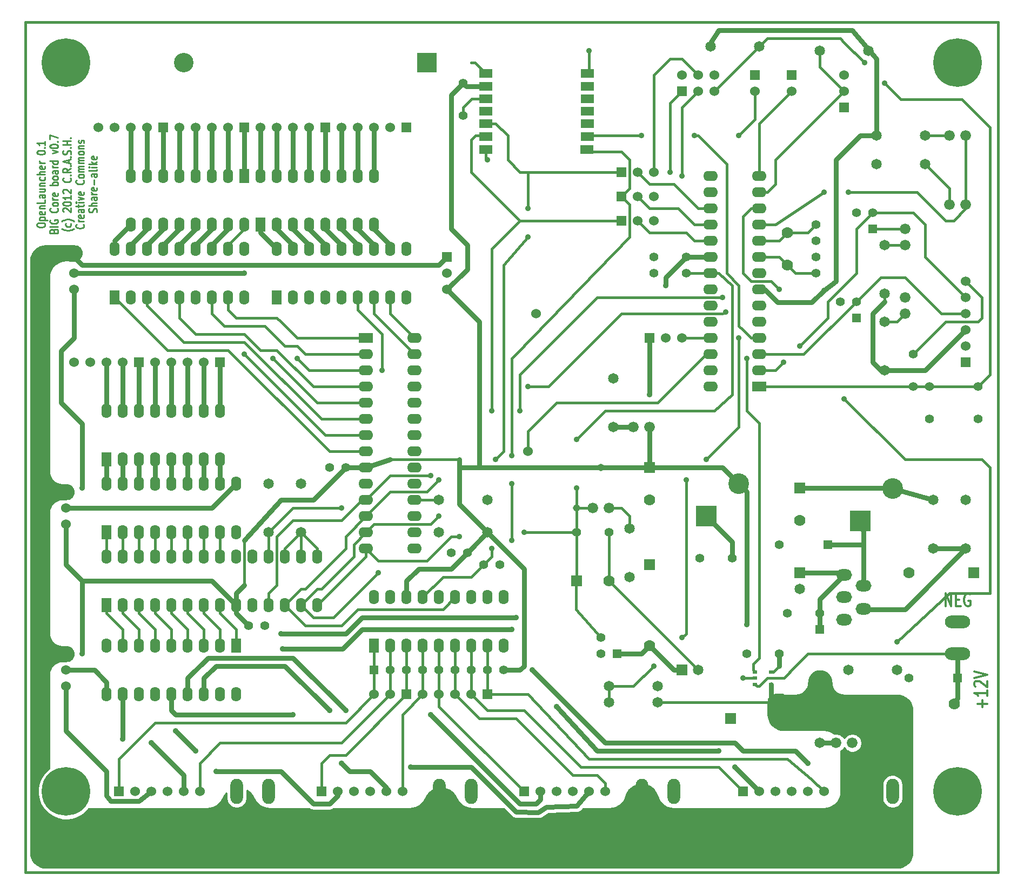
<source format=gtl>
G04 (created by PCBNEW-RS274X (2011-05-25)-stable) date Tue 07 Aug 2012 06:20:31 PM MDT*
G01*
G70*
G90*
%MOIN*%
G04 Gerber Fmt 3.4, Leading zero omitted, Abs format*
%FSLAX34Y34*%
G04 APERTURE LIST*
%ADD10C,0.006000*%
%ADD11C,0.015000*%
%ADD12C,0.012000*%
%ADD13C,0.010000*%
%ADD14C,0.060000*%
%ADD15R,0.120000X0.120000*%
%ADD16C,0.120000*%
%ADD17R,0.060000X0.060000*%
%ADD18C,0.066000*%
%ADD19O,0.090000X0.062000*%
%ADD20R,0.090000X0.062000*%
%ADD21O,0.062000X0.090000*%
%ADD22R,0.062000X0.090000*%
%ADD23C,0.070000*%
%ADD24R,0.070000X0.070000*%
%ADD25R,0.055000X0.055000*%
%ADD26C,0.055000*%
%ADD27R,0.078700X0.055100*%
%ADD28O,0.156000X0.078000*%
%ADD29R,0.065000X0.065000*%
%ADD30C,0.065000*%
%ADD31R,0.030000X0.020000*%
%ADD32O,0.078000X0.156000*%
%ADD33O,0.098400X0.070900*%
%ADD34C,0.300000*%
%ADD35R,0.127600X0.127600*%
%ADD36C,0.127600*%
%ADD37C,0.045000*%
%ADD38C,0.035000*%
%ADD39C,0.030000*%
%ADD40C,0.015800*%
G04 APERTURE END LIST*
G54D10*
G54D11*
X28250Y-64750D02*
X28250Y-62500D01*
X88250Y-64750D02*
X88250Y-62500D01*
G54D12*
X85007Y-48324D02*
X85007Y-47524D01*
X85350Y-48324D01*
X85350Y-47524D01*
X85636Y-47905D02*
X85836Y-47905D01*
X85922Y-48324D02*
X85636Y-48324D01*
X85636Y-47524D01*
X85922Y-47524D01*
X86493Y-47562D02*
X86436Y-47524D01*
X86350Y-47524D01*
X86265Y-47562D01*
X86207Y-47638D01*
X86179Y-47714D01*
X86150Y-47867D01*
X86150Y-47981D01*
X86179Y-48133D01*
X86207Y-48210D01*
X86265Y-48286D01*
X86350Y-48324D01*
X86407Y-48324D01*
X86493Y-48286D01*
X86522Y-48248D01*
X86522Y-47981D01*
X86407Y-47981D01*
X87269Y-54556D02*
X87269Y-54099D01*
X87574Y-54328D02*
X86964Y-54328D01*
X87574Y-53499D02*
X87574Y-53842D01*
X87574Y-53670D02*
X86774Y-53670D01*
X86888Y-53727D01*
X86964Y-53785D01*
X87002Y-53842D01*
X86850Y-53271D02*
X86812Y-53242D01*
X86774Y-53185D01*
X86774Y-53042D01*
X86812Y-52985D01*
X86850Y-52956D01*
X86926Y-52928D01*
X87002Y-52928D01*
X87117Y-52956D01*
X87574Y-53299D01*
X87574Y-52928D01*
X86774Y-52757D02*
X87574Y-52557D01*
X86774Y-52357D01*
G54D11*
X88250Y-61250D02*
X88250Y-62500D01*
X28250Y-62500D02*
X28250Y-60750D01*
G54D13*
X28952Y-24803D02*
X28952Y-24726D01*
X28976Y-24688D01*
X29024Y-24650D01*
X29119Y-24631D01*
X29286Y-24631D01*
X29381Y-24650D01*
X29429Y-24688D01*
X29452Y-24726D01*
X29452Y-24803D01*
X29429Y-24841D01*
X29381Y-24879D01*
X29286Y-24898D01*
X29119Y-24898D01*
X29024Y-24879D01*
X28976Y-24841D01*
X28952Y-24803D01*
X29119Y-24460D02*
X29619Y-24460D01*
X29143Y-24460D02*
X29119Y-24422D01*
X29119Y-24345D01*
X29143Y-24307D01*
X29167Y-24288D01*
X29214Y-24269D01*
X29357Y-24269D01*
X29405Y-24288D01*
X29429Y-24307D01*
X29452Y-24345D01*
X29452Y-24422D01*
X29429Y-24460D01*
X29429Y-23945D02*
X29452Y-23983D01*
X29452Y-24060D01*
X29429Y-24098D01*
X29381Y-24117D01*
X29190Y-24117D01*
X29143Y-24098D01*
X29119Y-24060D01*
X29119Y-23983D01*
X29143Y-23945D01*
X29190Y-23926D01*
X29238Y-23926D01*
X29286Y-24117D01*
X29119Y-23755D02*
X29452Y-23755D01*
X29167Y-23755D02*
X29143Y-23736D01*
X29119Y-23698D01*
X29119Y-23640D01*
X29143Y-23602D01*
X29190Y-23583D01*
X29452Y-23583D01*
X29452Y-23202D02*
X29452Y-23393D01*
X28952Y-23393D01*
X29452Y-22897D02*
X29190Y-22897D01*
X29143Y-22916D01*
X29119Y-22954D01*
X29119Y-23031D01*
X29143Y-23069D01*
X29429Y-22897D02*
X29452Y-22935D01*
X29452Y-23031D01*
X29429Y-23069D01*
X29381Y-23088D01*
X29333Y-23088D01*
X29286Y-23069D01*
X29262Y-23031D01*
X29262Y-22935D01*
X29238Y-22897D01*
X29119Y-22535D02*
X29452Y-22535D01*
X29119Y-22707D02*
X29381Y-22707D01*
X29429Y-22688D01*
X29452Y-22650D01*
X29452Y-22592D01*
X29429Y-22554D01*
X29405Y-22535D01*
X29119Y-22345D02*
X29452Y-22345D01*
X29167Y-22345D02*
X29143Y-22326D01*
X29119Y-22288D01*
X29119Y-22230D01*
X29143Y-22192D01*
X29190Y-22173D01*
X29452Y-22173D01*
X29429Y-21811D02*
X29452Y-21849D01*
X29452Y-21926D01*
X29429Y-21964D01*
X29405Y-21983D01*
X29357Y-22002D01*
X29214Y-22002D01*
X29167Y-21983D01*
X29143Y-21964D01*
X29119Y-21926D01*
X29119Y-21849D01*
X29143Y-21811D01*
X29452Y-21640D02*
X28952Y-21640D01*
X29452Y-21468D02*
X29190Y-21468D01*
X29143Y-21487D01*
X29119Y-21525D01*
X29119Y-21583D01*
X29143Y-21621D01*
X29167Y-21640D01*
X29429Y-21125D02*
X29452Y-21163D01*
X29452Y-21240D01*
X29429Y-21278D01*
X29381Y-21297D01*
X29190Y-21297D01*
X29143Y-21278D01*
X29119Y-21240D01*
X29119Y-21163D01*
X29143Y-21125D01*
X29190Y-21106D01*
X29238Y-21106D01*
X29286Y-21297D01*
X29452Y-20935D02*
X29119Y-20935D01*
X29214Y-20935D02*
X29167Y-20916D01*
X29143Y-20897D01*
X29119Y-20859D01*
X29119Y-20820D01*
X28952Y-20306D02*
X28952Y-20267D01*
X28976Y-20229D01*
X29000Y-20210D01*
X29048Y-20191D01*
X29143Y-20172D01*
X29262Y-20172D01*
X29357Y-20191D01*
X29405Y-20210D01*
X29429Y-20229D01*
X29452Y-20267D01*
X29452Y-20306D01*
X29429Y-20344D01*
X29405Y-20363D01*
X29357Y-20382D01*
X29262Y-20401D01*
X29143Y-20401D01*
X29048Y-20382D01*
X29000Y-20363D01*
X28976Y-20344D01*
X28952Y-20306D01*
X29405Y-20001D02*
X29429Y-19982D01*
X29452Y-20001D01*
X29429Y-20020D01*
X29405Y-20001D01*
X29452Y-20001D01*
X29452Y-19601D02*
X29452Y-19830D01*
X29452Y-19716D02*
X28952Y-19716D01*
X29024Y-19754D01*
X29071Y-19792D01*
X29095Y-19830D01*
X29990Y-25126D02*
X30014Y-25069D01*
X30038Y-25050D01*
X30086Y-25031D01*
X30157Y-25031D01*
X30205Y-25050D01*
X30229Y-25069D01*
X30252Y-25107D01*
X30252Y-25260D01*
X29752Y-25260D01*
X29752Y-25126D01*
X29776Y-25088D01*
X29800Y-25069D01*
X29848Y-25050D01*
X29895Y-25050D01*
X29943Y-25069D01*
X29967Y-25088D01*
X29990Y-25126D01*
X29990Y-25260D01*
X30252Y-24860D02*
X29752Y-24860D01*
X29776Y-24460D02*
X29752Y-24498D01*
X29752Y-24555D01*
X29776Y-24613D01*
X29824Y-24651D01*
X29871Y-24670D01*
X29967Y-24689D01*
X30038Y-24689D01*
X30133Y-24670D01*
X30181Y-24651D01*
X30229Y-24613D01*
X30252Y-24555D01*
X30252Y-24517D01*
X30229Y-24460D01*
X30205Y-24441D01*
X30038Y-24441D01*
X30038Y-24517D01*
X30205Y-23736D02*
X30229Y-23755D01*
X30252Y-23812D01*
X30252Y-23850D01*
X30229Y-23908D01*
X30181Y-23946D01*
X30133Y-23965D01*
X30038Y-23984D01*
X29967Y-23984D01*
X29871Y-23965D01*
X29824Y-23946D01*
X29776Y-23908D01*
X29752Y-23850D01*
X29752Y-23812D01*
X29776Y-23755D01*
X29800Y-23736D01*
X30252Y-23508D02*
X30229Y-23546D01*
X30205Y-23565D01*
X30157Y-23584D01*
X30014Y-23584D01*
X29967Y-23565D01*
X29943Y-23546D01*
X29919Y-23508D01*
X29919Y-23450D01*
X29943Y-23412D01*
X29967Y-23393D01*
X30014Y-23374D01*
X30157Y-23374D01*
X30205Y-23393D01*
X30229Y-23412D01*
X30252Y-23450D01*
X30252Y-23508D01*
X30252Y-23203D02*
X29919Y-23203D01*
X30014Y-23203D02*
X29967Y-23184D01*
X29943Y-23165D01*
X29919Y-23127D01*
X29919Y-23088D01*
X30229Y-22802D02*
X30252Y-22840D01*
X30252Y-22917D01*
X30229Y-22955D01*
X30181Y-22974D01*
X29990Y-22974D01*
X29943Y-22955D01*
X29919Y-22917D01*
X29919Y-22840D01*
X29943Y-22802D01*
X29990Y-22783D01*
X30038Y-22783D01*
X30086Y-22974D01*
X30252Y-22307D02*
X29752Y-22307D01*
X29943Y-22307D02*
X29919Y-22269D01*
X29919Y-22192D01*
X29943Y-22154D01*
X29967Y-22135D01*
X30014Y-22116D01*
X30157Y-22116D01*
X30205Y-22135D01*
X30229Y-22154D01*
X30252Y-22192D01*
X30252Y-22269D01*
X30229Y-22307D01*
X30252Y-21888D02*
X30229Y-21926D01*
X30205Y-21945D01*
X30157Y-21964D01*
X30014Y-21964D01*
X29967Y-21945D01*
X29943Y-21926D01*
X29919Y-21888D01*
X29919Y-21830D01*
X29943Y-21792D01*
X29967Y-21773D01*
X30014Y-21754D01*
X30157Y-21754D01*
X30205Y-21773D01*
X30229Y-21792D01*
X30252Y-21830D01*
X30252Y-21888D01*
X30252Y-21411D02*
X29990Y-21411D01*
X29943Y-21430D01*
X29919Y-21468D01*
X29919Y-21545D01*
X29943Y-21583D01*
X30229Y-21411D02*
X30252Y-21449D01*
X30252Y-21545D01*
X30229Y-21583D01*
X30181Y-21602D01*
X30133Y-21602D01*
X30086Y-21583D01*
X30062Y-21545D01*
X30062Y-21449D01*
X30038Y-21411D01*
X30252Y-21221D02*
X29919Y-21221D01*
X30014Y-21221D02*
X29967Y-21202D01*
X29943Y-21183D01*
X29919Y-21145D01*
X29919Y-21106D01*
X30252Y-20801D02*
X29752Y-20801D01*
X30229Y-20801D02*
X30252Y-20839D01*
X30252Y-20916D01*
X30229Y-20954D01*
X30205Y-20973D01*
X30157Y-20992D01*
X30014Y-20992D01*
X29967Y-20973D01*
X29943Y-20954D01*
X29919Y-20916D01*
X29919Y-20839D01*
X29943Y-20801D01*
X29919Y-20344D02*
X30252Y-20249D01*
X29919Y-20153D01*
X29752Y-19925D02*
X29752Y-19886D01*
X29776Y-19848D01*
X29800Y-19829D01*
X29848Y-19810D01*
X29943Y-19791D01*
X30062Y-19791D01*
X30157Y-19810D01*
X30205Y-19829D01*
X30229Y-19848D01*
X30252Y-19886D01*
X30252Y-19925D01*
X30229Y-19963D01*
X30205Y-19982D01*
X30157Y-20001D01*
X30062Y-20020D01*
X29943Y-20020D01*
X29848Y-20001D01*
X29800Y-19982D01*
X29776Y-19963D01*
X29752Y-19925D01*
X30205Y-19620D02*
X30229Y-19601D01*
X30252Y-19620D01*
X30229Y-19639D01*
X30205Y-19620D01*
X30252Y-19620D01*
X29752Y-19468D02*
X29752Y-19201D01*
X30252Y-19373D01*
X31243Y-24992D02*
X31219Y-25012D01*
X31148Y-25050D01*
X31100Y-25069D01*
X31029Y-25088D01*
X30910Y-25107D01*
X30814Y-25107D01*
X30695Y-25088D01*
X30624Y-25069D01*
X30576Y-25050D01*
X30505Y-25012D01*
X30481Y-24992D01*
X31029Y-24668D02*
X31052Y-24706D01*
X31052Y-24783D01*
X31029Y-24821D01*
X31005Y-24840D01*
X30957Y-24859D01*
X30814Y-24859D01*
X30767Y-24840D01*
X30743Y-24821D01*
X30719Y-24783D01*
X30719Y-24706D01*
X30743Y-24668D01*
X31243Y-24535D02*
X31219Y-24516D01*
X31148Y-24478D01*
X31100Y-24459D01*
X31029Y-24440D01*
X30910Y-24421D01*
X30814Y-24421D01*
X30695Y-24440D01*
X30624Y-24459D01*
X30576Y-24478D01*
X30505Y-24516D01*
X30481Y-24535D01*
X30600Y-23944D02*
X30576Y-23925D01*
X30552Y-23887D01*
X30552Y-23791D01*
X30576Y-23753D01*
X30600Y-23734D01*
X30648Y-23715D01*
X30695Y-23715D01*
X30767Y-23734D01*
X31052Y-23963D01*
X31052Y-23715D01*
X30552Y-23468D02*
X30552Y-23429D01*
X30576Y-23391D01*
X30600Y-23372D01*
X30648Y-23353D01*
X30743Y-23334D01*
X30862Y-23334D01*
X30957Y-23353D01*
X31005Y-23372D01*
X31029Y-23391D01*
X31052Y-23429D01*
X31052Y-23468D01*
X31029Y-23506D01*
X31005Y-23525D01*
X30957Y-23544D01*
X30862Y-23563D01*
X30743Y-23563D01*
X30648Y-23544D01*
X30600Y-23525D01*
X30576Y-23506D01*
X30552Y-23468D01*
X31052Y-22953D02*
X31052Y-23182D01*
X31052Y-23068D02*
X30552Y-23068D01*
X30624Y-23106D01*
X30671Y-23144D01*
X30695Y-23182D01*
X30600Y-22801D02*
X30576Y-22782D01*
X30552Y-22744D01*
X30552Y-22648D01*
X30576Y-22610D01*
X30600Y-22591D01*
X30648Y-22572D01*
X30695Y-22572D01*
X30767Y-22591D01*
X31052Y-22820D01*
X31052Y-22572D01*
X31005Y-21867D02*
X31029Y-21886D01*
X31052Y-21943D01*
X31052Y-21981D01*
X31029Y-22039D01*
X30981Y-22077D01*
X30933Y-22096D01*
X30838Y-22115D01*
X30767Y-22115D01*
X30671Y-22096D01*
X30624Y-22077D01*
X30576Y-22039D01*
X30552Y-21981D01*
X30552Y-21943D01*
X30576Y-21886D01*
X30600Y-21867D01*
X31005Y-21696D02*
X31029Y-21677D01*
X31052Y-21696D01*
X31029Y-21715D01*
X31005Y-21696D01*
X31052Y-21696D01*
X31052Y-21277D02*
X30814Y-21411D01*
X31052Y-21506D02*
X30552Y-21506D01*
X30552Y-21353D01*
X30576Y-21315D01*
X30600Y-21296D01*
X30648Y-21277D01*
X30719Y-21277D01*
X30767Y-21296D01*
X30790Y-21315D01*
X30814Y-21353D01*
X30814Y-21506D01*
X31005Y-21106D02*
X31029Y-21087D01*
X31052Y-21106D01*
X31029Y-21125D01*
X31005Y-21106D01*
X31052Y-21106D01*
X30910Y-20935D02*
X30910Y-20744D01*
X31052Y-20973D02*
X30552Y-20840D01*
X31052Y-20706D01*
X31005Y-20573D02*
X31029Y-20554D01*
X31052Y-20573D01*
X31029Y-20592D01*
X31005Y-20573D01*
X31052Y-20573D01*
X31029Y-20402D02*
X31052Y-20345D01*
X31052Y-20249D01*
X31029Y-20211D01*
X31005Y-20192D01*
X30957Y-20173D01*
X30910Y-20173D01*
X30862Y-20192D01*
X30838Y-20211D01*
X30814Y-20249D01*
X30790Y-20326D01*
X30767Y-20364D01*
X30743Y-20383D01*
X30695Y-20402D01*
X30648Y-20402D01*
X30600Y-20383D01*
X30576Y-20364D01*
X30552Y-20326D01*
X30552Y-20230D01*
X30576Y-20173D01*
X31005Y-20002D02*
X31029Y-19983D01*
X31052Y-20002D01*
X31029Y-20021D01*
X31005Y-20002D01*
X31052Y-20002D01*
X31052Y-19812D02*
X30552Y-19812D01*
X30790Y-19812D02*
X30790Y-19583D01*
X31052Y-19583D02*
X30552Y-19583D01*
X31005Y-19393D02*
X31029Y-19374D01*
X31052Y-19393D01*
X31029Y-19412D01*
X31005Y-19393D01*
X31052Y-19393D01*
X31805Y-24726D02*
X31829Y-24745D01*
X31852Y-24802D01*
X31852Y-24840D01*
X31829Y-24898D01*
X31781Y-24936D01*
X31733Y-24955D01*
X31638Y-24974D01*
X31567Y-24974D01*
X31471Y-24955D01*
X31424Y-24936D01*
X31376Y-24898D01*
X31352Y-24840D01*
X31352Y-24802D01*
X31376Y-24745D01*
X31400Y-24726D01*
X31852Y-24555D02*
X31519Y-24555D01*
X31614Y-24555D02*
X31567Y-24536D01*
X31543Y-24517D01*
X31519Y-24479D01*
X31519Y-24440D01*
X31829Y-24154D02*
X31852Y-24192D01*
X31852Y-24269D01*
X31829Y-24307D01*
X31781Y-24326D01*
X31590Y-24326D01*
X31543Y-24307D01*
X31519Y-24269D01*
X31519Y-24192D01*
X31543Y-24154D01*
X31590Y-24135D01*
X31638Y-24135D01*
X31686Y-24326D01*
X31852Y-23792D02*
X31590Y-23792D01*
X31543Y-23811D01*
X31519Y-23849D01*
X31519Y-23926D01*
X31543Y-23964D01*
X31829Y-23792D02*
X31852Y-23830D01*
X31852Y-23926D01*
X31829Y-23964D01*
X31781Y-23983D01*
X31733Y-23983D01*
X31686Y-23964D01*
X31662Y-23926D01*
X31662Y-23830D01*
X31638Y-23792D01*
X31519Y-23659D02*
X31519Y-23507D01*
X31352Y-23602D02*
X31781Y-23602D01*
X31829Y-23583D01*
X31852Y-23545D01*
X31852Y-23507D01*
X31852Y-23373D02*
X31519Y-23373D01*
X31352Y-23373D02*
X31376Y-23392D01*
X31400Y-23373D01*
X31376Y-23354D01*
X31352Y-23373D01*
X31400Y-23373D01*
X31519Y-23221D02*
X31852Y-23126D01*
X31519Y-23030D01*
X31829Y-22725D02*
X31852Y-22763D01*
X31852Y-22840D01*
X31829Y-22878D01*
X31781Y-22897D01*
X31590Y-22897D01*
X31543Y-22878D01*
X31519Y-22840D01*
X31519Y-22763D01*
X31543Y-22725D01*
X31590Y-22706D01*
X31638Y-22706D01*
X31686Y-22897D01*
X31805Y-22001D02*
X31829Y-22020D01*
X31852Y-22077D01*
X31852Y-22115D01*
X31829Y-22173D01*
X31781Y-22211D01*
X31733Y-22230D01*
X31638Y-22249D01*
X31567Y-22249D01*
X31471Y-22230D01*
X31424Y-22211D01*
X31376Y-22173D01*
X31352Y-22115D01*
X31352Y-22077D01*
X31376Y-22020D01*
X31400Y-22001D01*
X31852Y-21773D02*
X31829Y-21811D01*
X31805Y-21830D01*
X31757Y-21849D01*
X31614Y-21849D01*
X31567Y-21830D01*
X31543Y-21811D01*
X31519Y-21773D01*
X31519Y-21715D01*
X31543Y-21677D01*
X31567Y-21658D01*
X31614Y-21639D01*
X31757Y-21639D01*
X31805Y-21658D01*
X31829Y-21677D01*
X31852Y-21715D01*
X31852Y-21773D01*
X31852Y-21468D02*
X31519Y-21468D01*
X31567Y-21468D02*
X31543Y-21449D01*
X31519Y-21411D01*
X31519Y-21353D01*
X31543Y-21315D01*
X31590Y-21296D01*
X31852Y-21296D01*
X31590Y-21296D02*
X31543Y-21277D01*
X31519Y-21239D01*
X31519Y-21182D01*
X31543Y-21144D01*
X31590Y-21125D01*
X31852Y-21125D01*
X31852Y-20935D02*
X31519Y-20935D01*
X31567Y-20935D02*
X31543Y-20916D01*
X31519Y-20878D01*
X31519Y-20820D01*
X31543Y-20782D01*
X31590Y-20763D01*
X31852Y-20763D01*
X31590Y-20763D02*
X31543Y-20744D01*
X31519Y-20706D01*
X31519Y-20649D01*
X31543Y-20611D01*
X31590Y-20592D01*
X31852Y-20592D01*
X31852Y-20345D02*
X31829Y-20383D01*
X31805Y-20402D01*
X31757Y-20421D01*
X31614Y-20421D01*
X31567Y-20402D01*
X31543Y-20383D01*
X31519Y-20345D01*
X31519Y-20287D01*
X31543Y-20249D01*
X31567Y-20230D01*
X31614Y-20211D01*
X31757Y-20211D01*
X31805Y-20230D01*
X31829Y-20249D01*
X31852Y-20287D01*
X31852Y-20345D01*
X31519Y-20040D02*
X31852Y-20040D01*
X31567Y-20040D02*
X31543Y-20021D01*
X31519Y-19983D01*
X31519Y-19925D01*
X31543Y-19887D01*
X31590Y-19868D01*
X31852Y-19868D01*
X31829Y-19697D02*
X31852Y-19659D01*
X31852Y-19583D01*
X31829Y-19544D01*
X31781Y-19525D01*
X31757Y-19525D01*
X31710Y-19544D01*
X31686Y-19583D01*
X31686Y-19640D01*
X31662Y-19678D01*
X31614Y-19697D01*
X31590Y-19697D01*
X31543Y-19678D01*
X31519Y-19640D01*
X31519Y-19583D01*
X31543Y-19544D01*
X32629Y-23984D02*
X32652Y-23927D01*
X32652Y-23831D01*
X32629Y-23793D01*
X32605Y-23774D01*
X32557Y-23755D01*
X32510Y-23755D01*
X32462Y-23774D01*
X32438Y-23793D01*
X32414Y-23831D01*
X32390Y-23908D01*
X32367Y-23946D01*
X32343Y-23965D01*
X32295Y-23984D01*
X32248Y-23984D01*
X32200Y-23965D01*
X32176Y-23946D01*
X32152Y-23908D01*
X32152Y-23812D01*
X32176Y-23755D01*
X32652Y-23584D02*
X32152Y-23584D01*
X32652Y-23412D02*
X32390Y-23412D01*
X32343Y-23431D01*
X32319Y-23469D01*
X32319Y-23527D01*
X32343Y-23565D01*
X32367Y-23584D01*
X32652Y-23050D02*
X32390Y-23050D01*
X32343Y-23069D01*
X32319Y-23107D01*
X32319Y-23184D01*
X32343Y-23222D01*
X32629Y-23050D02*
X32652Y-23088D01*
X32652Y-23184D01*
X32629Y-23222D01*
X32581Y-23241D01*
X32533Y-23241D01*
X32486Y-23222D01*
X32462Y-23184D01*
X32462Y-23088D01*
X32438Y-23050D01*
X32652Y-22860D02*
X32319Y-22860D01*
X32414Y-22860D02*
X32367Y-22841D01*
X32343Y-22822D01*
X32319Y-22784D01*
X32319Y-22745D01*
X32629Y-22459D02*
X32652Y-22497D01*
X32652Y-22574D01*
X32629Y-22612D01*
X32581Y-22631D01*
X32390Y-22631D01*
X32343Y-22612D01*
X32319Y-22574D01*
X32319Y-22497D01*
X32343Y-22459D01*
X32390Y-22440D01*
X32438Y-22440D01*
X32486Y-22631D01*
X32462Y-22269D02*
X32462Y-21964D01*
X32652Y-21602D02*
X32390Y-21602D01*
X32343Y-21621D01*
X32319Y-21659D01*
X32319Y-21736D01*
X32343Y-21774D01*
X32629Y-21602D02*
X32652Y-21640D01*
X32652Y-21736D01*
X32629Y-21774D01*
X32581Y-21793D01*
X32533Y-21793D01*
X32486Y-21774D01*
X32462Y-21736D01*
X32462Y-21640D01*
X32438Y-21602D01*
X32652Y-21355D02*
X32629Y-21393D01*
X32581Y-21412D01*
X32152Y-21412D01*
X32652Y-21202D02*
X32319Y-21202D01*
X32152Y-21202D02*
X32176Y-21221D01*
X32200Y-21202D01*
X32176Y-21183D01*
X32152Y-21202D01*
X32200Y-21202D01*
X32652Y-21012D02*
X32152Y-21012D01*
X32462Y-20974D02*
X32652Y-20859D01*
X32319Y-20859D02*
X32510Y-21012D01*
X32629Y-20535D02*
X32652Y-20573D01*
X32652Y-20650D01*
X32629Y-20688D01*
X32581Y-20707D01*
X32390Y-20707D01*
X32343Y-20688D01*
X32319Y-20650D01*
X32319Y-20573D01*
X32343Y-20535D01*
X32390Y-20516D01*
X32438Y-20516D01*
X32486Y-20707D01*
G54D11*
X28250Y-12250D02*
X28250Y-62250D01*
X88250Y-12250D02*
X28250Y-12250D01*
X88250Y-62250D02*
X88250Y-12250D01*
X28250Y-64750D02*
X88250Y-64750D01*
G54D14*
X59250Y-38750D03*
G54D15*
X53000Y-14750D03*
G54D16*
X38000Y-14750D03*
G54D17*
X65000Y-23000D03*
G54D14*
X66000Y-23000D03*
X67000Y-23000D03*
G54D17*
X65000Y-24500D03*
G54D14*
X66000Y-24500D03*
X67000Y-24500D03*
G54D17*
X65000Y-21500D03*
G54D14*
X66000Y-21500D03*
X67000Y-21500D03*
G54D17*
X34000Y-59750D03*
G54D14*
X35000Y-59750D03*
X36000Y-59750D03*
X37000Y-59750D03*
X38000Y-59750D03*
X39000Y-59750D03*
G54D17*
X46500Y-59750D03*
G54D14*
X47500Y-59750D03*
X48500Y-59750D03*
X49500Y-59750D03*
X50500Y-59750D03*
X51500Y-59750D03*
G54D18*
X85250Y-19250D03*
X86250Y-19250D03*
X86250Y-23500D03*
X85250Y-23500D03*
G54D19*
X49250Y-32750D03*
X49250Y-33750D03*
X49250Y-34750D03*
X49250Y-35750D03*
X49250Y-36750D03*
X49250Y-37750D03*
X49250Y-38750D03*
X49250Y-39750D03*
X49250Y-40750D03*
X49250Y-41750D03*
X49250Y-42750D03*
X49250Y-43750D03*
X49250Y-44750D03*
G54D20*
X49250Y-31750D03*
G54D19*
X52250Y-44750D03*
X52250Y-43750D03*
X52250Y-42750D03*
X52250Y-41750D03*
X52250Y-40750D03*
X52250Y-39750D03*
X52250Y-38750D03*
X52250Y-37750D03*
X52250Y-36750D03*
X52250Y-35750D03*
X52250Y-34750D03*
X52250Y-33750D03*
X52250Y-32750D03*
X52250Y-31750D03*
G54D21*
X34250Y-48250D03*
X35250Y-48250D03*
X36250Y-48250D03*
X37250Y-48250D03*
X38250Y-48250D03*
X39250Y-48250D03*
X40250Y-48250D03*
X41250Y-48250D03*
X42250Y-48250D03*
X43250Y-48250D03*
X44250Y-48250D03*
X45250Y-48250D03*
X46250Y-48250D03*
G54D22*
X33250Y-48250D03*
G54D21*
X46250Y-45250D03*
X45250Y-45250D03*
X44250Y-45250D03*
X43250Y-45250D03*
X42250Y-45250D03*
X41250Y-45250D03*
X40250Y-45250D03*
X39250Y-45250D03*
X38250Y-45250D03*
X37250Y-45250D03*
X36250Y-45250D03*
X35250Y-45250D03*
X34250Y-45250D03*
X33250Y-45250D03*
G54D22*
X49750Y-50750D03*
G54D21*
X50750Y-50750D03*
X51750Y-50750D03*
X52750Y-50750D03*
X53750Y-50750D03*
X54750Y-50750D03*
X55750Y-50750D03*
X56750Y-50750D03*
X57750Y-50750D03*
X57750Y-47750D03*
X56750Y-47750D03*
X55750Y-47750D03*
X54750Y-47750D03*
X53750Y-47750D03*
X52750Y-47750D03*
X51750Y-47750D03*
X50750Y-47750D03*
X49750Y-47750D03*
G54D23*
X82750Y-46250D03*
G54D24*
X86750Y-46250D03*
G54D25*
X85750Y-52750D03*
G54D26*
X82750Y-52750D03*
X69000Y-26750D03*
X67000Y-26750D03*
X74750Y-51250D03*
X72750Y-51250D03*
X55250Y-18000D03*
X55250Y-16000D03*
X77000Y-26750D03*
X77000Y-27750D03*
X69850Y-45350D03*
X71850Y-45350D03*
X77000Y-25750D03*
X77000Y-24750D03*
G54D17*
X59000Y-59750D03*
G54D14*
X60000Y-59750D03*
X61000Y-59750D03*
X62000Y-59750D03*
X63000Y-59750D03*
X64000Y-59750D03*
G54D24*
X66750Y-39750D03*
G54D23*
X66750Y-41750D03*
G54D26*
X83000Y-34750D03*
X83000Y-32750D03*
G54D23*
X66750Y-50750D03*
G54D24*
X66750Y-45750D03*
G54D23*
X75750Y-55250D03*
G54D24*
X71750Y-55250D03*
G54D25*
X77250Y-49750D03*
G54D26*
X77250Y-52750D03*
G54D25*
X77750Y-44500D03*
G54D26*
X74750Y-44500D03*
G54D17*
X72500Y-59750D03*
G54D14*
X73500Y-59750D03*
X74500Y-59750D03*
X75500Y-59750D03*
X76500Y-59750D03*
X77500Y-59750D03*
G54D27*
X62880Y-20093D03*
X62891Y-19305D03*
X62891Y-18518D03*
X62891Y-17750D03*
X62891Y-16982D03*
X62891Y-16195D03*
X62891Y-15407D03*
X56631Y-15407D03*
X56631Y-16195D03*
X56631Y-16982D03*
X56631Y-17750D03*
X56631Y-18518D03*
X56631Y-19305D03*
X56631Y-20093D03*
G54D19*
X73500Y-33750D03*
X73500Y-32750D03*
X73500Y-31750D03*
X73500Y-30750D03*
X73500Y-29750D03*
X73500Y-28750D03*
X73500Y-27750D03*
X73500Y-26750D03*
X73500Y-25750D03*
X73500Y-24750D03*
X73500Y-23750D03*
X73500Y-22750D03*
X73500Y-21750D03*
G54D20*
X73500Y-34750D03*
G54D19*
X70500Y-21750D03*
X70500Y-22750D03*
X70500Y-23750D03*
X70500Y-24750D03*
X70500Y-25750D03*
X70500Y-26750D03*
X70500Y-27750D03*
X70500Y-28750D03*
X70500Y-29750D03*
X70500Y-30750D03*
X70500Y-31750D03*
X70500Y-32750D03*
X70500Y-33750D03*
X70500Y-34750D03*
G54D17*
X68750Y-16500D03*
G54D14*
X68750Y-15500D03*
X69750Y-16500D03*
X69750Y-15500D03*
X70750Y-16500D03*
X70750Y-15500D03*
G54D26*
X87000Y-34750D03*
X87000Y-36750D03*
X84000Y-34750D03*
X84000Y-36750D03*
G54D28*
X85750Y-51240D03*
X85750Y-49270D03*
G54D29*
X68750Y-52250D03*
G54D30*
X69750Y-52250D03*
G54D24*
X62250Y-46750D03*
G54D23*
X64250Y-46750D03*
G54D26*
X64250Y-43750D03*
X62250Y-43750D03*
G54D24*
X76000Y-41000D03*
G54D23*
X76000Y-43000D03*
G54D29*
X76000Y-46250D03*
G54D30*
X76000Y-47250D03*
G54D26*
X75250Y-48750D03*
X77250Y-48750D03*
X67000Y-27750D03*
X69000Y-27750D03*
G54D30*
X67250Y-54250D03*
X64250Y-54250D03*
X64250Y-53250D03*
X67250Y-53250D03*
X86250Y-41750D03*
X86250Y-44750D03*
X84250Y-44750D03*
X84250Y-41750D03*
X45250Y-43750D03*
X45250Y-40750D03*
X70500Y-13750D03*
X73500Y-13750D03*
G54D25*
X64750Y-51250D03*
G54D26*
X63750Y-51250D03*
X63750Y-50250D03*
G54D31*
X73250Y-52375D03*
X73250Y-53125D03*
X74250Y-52375D03*
X73250Y-52750D03*
X74250Y-53125D03*
G54D23*
X75250Y-25250D03*
X75250Y-27250D03*
G54D22*
X43750Y-29250D03*
G54D21*
X44750Y-29250D03*
X45750Y-29250D03*
X46750Y-29250D03*
X47750Y-29250D03*
X48750Y-29250D03*
X49750Y-29250D03*
X50750Y-29250D03*
X51750Y-29250D03*
X51750Y-26250D03*
X50750Y-26250D03*
X49750Y-26250D03*
X48750Y-26250D03*
X47750Y-26250D03*
X46750Y-26250D03*
X45750Y-26250D03*
X44750Y-26250D03*
X43750Y-26250D03*
G54D22*
X33750Y-29250D03*
G54D21*
X34750Y-29250D03*
X35750Y-29250D03*
X36750Y-29250D03*
X37750Y-29250D03*
X38750Y-29250D03*
X39750Y-29250D03*
X40750Y-29250D03*
X41750Y-29250D03*
X41750Y-26250D03*
X40750Y-26250D03*
X39750Y-26250D03*
X38750Y-26250D03*
X37750Y-26250D03*
X36750Y-26250D03*
X35750Y-26250D03*
X34750Y-26250D03*
X33750Y-26250D03*
G54D22*
X33250Y-43750D03*
G54D21*
X34250Y-43750D03*
X35250Y-43750D03*
X36250Y-43750D03*
X37250Y-43750D03*
X38250Y-43750D03*
X39250Y-43750D03*
X40250Y-43750D03*
X41250Y-43750D03*
X41250Y-40750D03*
X40250Y-40750D03*
X39250Y-40750D03*
X38250Y-40750D03*
X37250Y-40750D03*
X36250Y-40750D03*
X35250Y-40750D03*
X34250Y-40750D03*
X33250Y-40750D03*
G54D22*
X41250Y-50750D03*
G54D21*
X40250Y-50750D03*
X39250Y-50750D03*
X38250Y-50750D03*
X37250Y-50750D03*
X36250Y-50750D03*
X35250Y-50750D03*
X34250Y-50750D03*
X33250Y-50750D03*
X33250Y-53750D03*
X34250Y-53750D03*
X35250Y-53750D03*
X36250Y-53750D03*
X37250Y-53750D03*
X38250Y-53750D03*
X39250Y-53750D03*
X40250Y-53750D03*
X41250Y-53750D03*
G54D30*
X83750Y-21000D03*
X80750Y-21000D03*
X83750Y-19250D03*
X80750Y-19250D03*
X53750Y-43750D03*
X56750Y-43750D03*
G54D32*
X41270Y-59750D03*
X43240Y-59750D03*
X79760Y-59750D03*
X81730Y-59750D03*
X53760Y-59750D03*
X55730Y-59750D03*
X66260Y-59750D03*
X68230Y-59750D03*
G54D22*
X41750Y-21750D03*
G54D21*
X40750Y-21750D03*
X39750Y-21750D03*
X38750Y-21750D03*
X37750Y-21750D03*
X36750Y-21750D03*
X35750Y-21750D03*
X34750Y-21750D03*
X34750Y-24750D03*
X35750Y-24750D03*
X36750Y-24750D03*
X37750Y-24750D03*
X38750Y-24750D03*
X39750Y-24750D03*
X40750Y-24750D03*
X41750Y-24750D03*
G54D22*
X42750Y-24750D03*
G54D21*
X43750Y-24750D03*
X44750Y-24750D03*
X45750Y-24750D03*
X46750Y-24750D03*
X47750Y-24750D03*
X48750Y-24750D03*
X49750Y-24750D03*
X49750Y-21750D03*
X48750Y-21750D03*
X47750Y-21750D03*
X46750Y-21750D03*
X45750Y-21750D03*
X44750Y-21750D03*
X43750Y-21750D03*
X42750Y-21750D03*
G54D17*
X86250Y-33250D03*
G54D14*
X86250Y-32250D03*
X86250Y-31250D03*
X86250Y-30250D03*
X86250Y-29250D03*
X86250Y-28250D03*
G54D33*
X78754Y-47750D03*
X78754Y-46372D03*
X78754Y-49128D03*
X79935Y-48459D03*
X79935Y-47041D03*
G54D34*
X30750Y-14750D03*
X85750Y-14750D03*
X30750Y-59750D03*
X85750Y-59750D03*
G54D25*
X49750Y-52250D03*
G54D26*
X50750Y-52250D03*
X51750Y-52250D03*
X52750Y-52250D03*
X53750Y-52250D03*
X54750Y-52250D03*
X55750Y-52250D03*
X56750Y-52250D03*
X57750Y-52250D03*
G54D30*
X81250Y-29000D03*
X81250Y-26000D03*
X81250Y-30750D03*
X81250Y-33750D03*
X53750Y-41750D03*
X56750Y-41750D03*
X43250Y-43750D03*
X43250Y-40750D03*
G54D17*
X51750Y-53750D03*
G54D14*
X50750Y-53750D03*
X49750Y-53750D03*
G54D17*
X54250Y-26750D03*
G54D14*
X54250Y-27750D03*
X54250Y-28750D03*
G54D17*
X31250Y-26750D03*
G54D14*
X31250Y-27750D03*
X31250Y-28750D03*
G54D17*
X30750Y-41250D03*
G54D14*
X30750Y-42250D03*
X30750Y-43250D03*
G54D17*
X30750Y-51250D03*
G54D14*
X30750Y-52250D03*
X30750Y-53250D03*
G54D18*
X82500Y-30250D03*
X82500Y-29250D03*
X82500Y-26000D03*
X82500Y-25000D03*
G54D22*
X33250Y-39250D03*
G54D21*
X34250Y-39250D03*
X35250Y-39250D03*
X36250Y-39250D03*
X37250Y-39250D03*
X38250Y-39250D03*
X39250Y-39250D03*
X40250Y-39250D03*
X40250Y-36250D03*
X39250Y-36250D03*
X38250Y-36250D03*
X37250Y-36250D03*
X36250Y-36250D03*
X35250Y-36250D03*
X34250Y-36250D03*
X33250Y-36250D03*
G54D17*
X41750Y-18750D03*
G54D14*
X40750Y-18750D03*
X39750Y-18750D03*
X38750Y-18750D03*
X37750Y-18750D03*
G54D17*
X51750Y-18750D03*
G54D14*
X50750Y-18750D03*
X49750Y-18750D03*
X48750Y-18750D03*
X47750Y-18750D03*
G54D17*
X56750Y-53750D03*
G54D14*
X55750Y-53750D03*
X54750Y-53750D03*
X53750Y-53750D03*
X52750Y-53750D03*
G54D17*
X40250Y-33250D03*
G54D14*
X39250Y-33250D03*
X38250Y-33250D03*
X37250Y-33250D03*
X36250Y-33250D03*
G54D25*
X79500Y-30500D03*
G54D26*
X79500Y-29500D03*
X78500Y-29500D03*
G54D25*
X80500Y-25000D03*
G54D26*
X80500Y-24000D03*
X79500Y-24000D03*
G54D17*
X75500Y-15500D03*
G54D14*
X75500Y-16500D03*
G54D17*
X73250Y-15500D03*
G54D14*
X73250Y-16500D03*
G54D17*
X36750Y-18750D03*
G54D14*
X35750Y-18750D03*
X34750Y-18750D03*
X33750Y-18750D03*
X32750Y-18750D03*
G54D17*
X46750Y-18750D03*
G54D14*
X45750Y-18750D03*
X44750Y-18750D03*
X43750Y-18750D03*
X42750Y-18750D03*
G54D17*
X35250Y-33250D03*
G54D14*
X34250Y-33250D03*
X33250Y-33250D03*
X32250Y-33250D03*
X31250Y-33250D03*
G54D30*
X77250Y-14000D03*
X80250Y-14000D03*
G54D17*
X66750Y-31750D03*
G54D14*
X67750Y-31750D03*
X68750Y-31750D03*
G54D17*
X78750Y-17500D03*
G54D14*
X78750Y-16500D03*
X78750Y-15500D03*
G54D23*
X78550Y-54350D03*
X85550Y-54350D03*
G54D35*
X70250Y-42750D03*
G54D36*
X72250Y-40750D03*
G54D35*
X79750Y-43050D03*
G54D36*
X81750Y-41050D03*
G54D26*
X42000Y-49500D03*
X43000Y-49500D03*
X48000Y-39750D03*
X47000Y-39750D03*
X54500Y-45000D03*
X55500Y-45000D03*
X56500Y-45750D03*
X57500Y-45750D03*
G54D30*
X79000Y-52250D03*
X82000Y-52250D03*
G54D37*
X63750Y-39750D03*
X62250Y-42250D03*
G54D18*
X66750Y-37250D03*
X65750Y-37250D03*
X78250Y-56750D03*
X79250Y-56750D03*
X63250Y-42250D03*
X64250Y-42250D03*
G54D30*
X65500Y-46500D03*
X65500Y-43500D03*
X64500Y-34250D03*
X64500Y-37250D03*
X77250Y-53750D03*
X77250Y-56750D03*
G54D14*
X59750Y-30250D03*
G54D38*
X62250Y-41000D03*
X62250Y-38000D03*
X57000Y-44750D03*
X59000Y-43750D03*
X58250Y-44250D03*
X58250Y-40750D03*
X59250Y-38750D03*
X53250Y-40250D03*
X59250Y-34750D03*
X71450Y-30150D03*
X71250Y-29250D03*
X58750Y-36250D03*
X52250Y-41750D03*
X47750Y-42250D03*
X74750Y-28750D03*
X78750Y-35500D03*
X82000Y-50500D03*
X55000Y-44000D03*
X58250Y-39000D03*
X59250Y-23750D03*
X57250Y-39250D03*
X59250Y-25500D03*
X53750Y-42750D03*
X50000Y-46250D03*
X57000Y-36250D03*
X53750Y-40500D03*
X72750Y-33000D03*
X72250Y-31750D03*
X70250Y-39250D03*
X69000Y-40500D03*
X68750Y-50250D03*
X67000Y-52000D03*
X63000Y-14000D03*
X72500Y-52750D03*
X68750Y-21750D03*
X76000Y-32250D03*
X75000Y-33250D03*
X66250Y-19250D03*
X69500Y-19250D03*
X72250Y-19250D03*
X68000Y-21500D03*
X56750Y-20750D03*
X77500Y-22750D03*
X79000Y-22750D03*
X81250Y-16000D03*
X80000Y-14750D03*
X43500Y-33000D03*
X41750Y-32750D03*
X50250Y-33750D03*
X45000Y-33000D03*
X41750Y-27750D03*
X77500Y-28800D03*
X31750Y-41000D03*
X72750Y-49450D03*
X66750Y-35250D03*
X67750Y-28500D03*
X31750Y-51250D03*
X34250Y-56500D03*
X36000Y-56750D03*
X40000Y-58500D03*
X38750Y-57250D03*
X37500Y-56000D03*
X44750Y-55000D03*
X47750Y-58000D03*
X53250Y-55000D03*
X48000Y-54750D03*
X52000Y-58250D03*
X47000Y-54750D03*
X72000Y-58250D03*
X71000Y-57250D03*
X61000Y-54500D03*
X58500Y-49000D03*
X44000Y-50000D03*
X44100Y-50950D03*
X58250Y-49750D03*
X59500Y-52250D03*
X76500Y-58000D03*
G54D39*
X74250Y-53125D02*
X74250Y-54250D01*
G54D40*
X76750Y-54250D02*
X77250Y-53750D01*
X67250Y-54250D02*
X74250Y-54250D01*
X74250Y-54250D02*
X74450Y-54250D01*
X74450Y-54250D02*
X76750Y-54250D01*
X77250Y-53750D02*
X77250Y-52750D01*
G54D39*
X31250Y-26750D02*
X31750Y-27250D01*
X53750Y-27250D02*
X54250Y-26750D01*
X31750Y-27250D02*
X53750Y-27250D01*
G54D40*
X62250Y-42250D02*
X62250Y-43750D01*
X62250Y-42250D02*
X63250Y-42250D01*
X62250Y-42500D02*
X62250Y-41000D01*
X62250Y-42500D02*
X62250Y-43750D01*
X62250Y-38000D02*
X64000Y-36250D01*
X64000Y-36250D02*
X70750Y-36250D01*
X70750Y-36250D02*
X71850Y-35250D01*
X71850Y-35250D02*
X71850Y-28500D01*
X71850Y-28500D02*
X71000Y-27750D01*
X71000Y-27750D02*
X70500Y-27750D01*
X56500Y-45750D02*
X57000Y-45250D01*
X59000Y-43750D02*
X62250Y-43750D01*
X57000Y-45250D02*
X57000Y-44750D01*
X56500Y-45750D02*
X55750Y-46500D01*
X55750Y-46500D02*
X54000Y-46500D01*
X54000Y-46500D02*
X52750Y-47750D01*
X52750Y-47750D02*
X54000Y-46500D01*
X54000Y-46500D02*
X55750Y-46500D01*
X62250Y-43750D02*
X62250Y-46750D01*
X62250Y-46750D02*
X62200Y-47000D01*
X62200Y-47000D02*
X62200Y-48500D01*
X63750Y-50250D02*
X62200Y-48500D01*
X69000Y-27750D02*
X70500Y-27750D01*
X60500Y-36250D02*
X61000Y-35750D01*
X58250Y-44250D02*
X58250Y-40750D01*
X59250Y-38750D02*
X59250Y-37500D01*
X59250Y-37500D02*
X60500Y-36250D01*
X70250Y-32750D02*
X70500Y-32750D01*
X67250Y-35750D02*
X70250Y-32750D01*
X61000Y-35750D02*
X67250Y-35750D01*
X49250Y-41750D02*
X49000Y-41750D01*
X43250Y-47500D02*
X43250Y-48250D01*
X43750Y-47000D02*
X43250Y-47500D01*
X43750Y-44000D02*
X43750Y-47000D01*
X44750Y-43000D02*
X43750Y-44000D01*
X47750Y-43000D02*
X44750Y-43000D01*
X49000Y-41750D02*
X47750Y-43000D01*
X50750Y-40250D02*
X53250Y-40250D01*
X50750Y-40250D02*
X49250Y-41750D01*
X60500Y-34750D02*
X63800Y-31450D01*
X59250Y-34750D02*
X60500Y-34750D01*
X65000Y-30250D02*
X63800Y-31450D01*
X71250Y-30250D02*
X65000Y-30250D01*
X71450Y-30150D02*
X71250Y-30250D01*
X63500Y-29250D02*
X71250Y-29250D01*
X58750Y-34000D02*
X63500Y-29250D01*
X58750Y-36250D02*
X58750Y-34000D01*
X53750Y-41750D02*
X52250Y-41750D01*
X47750Y-42250D02*
X44750Y-42250D01*
X44750Y-42250D02*
X43250Y-43750D01*
X43250Y-45250D02*
X43250Y-43750D01*
X73000Y-23750D02*
X72500Y-24250D01*
X72500Y-24250D02*
X72500Y-27750D01*
X72500Y-27750D02*
X73000Y-28250D01*
X73000Y-28250D02*
X74250Y-28250D01*
X74250Y-28250D02*
X74750Y-28750D01*
X78750Y-35500D02*
X82500Y-39250D01*
X82500Y-39250D02*
X87250Y-39250D01*
X87250Y-39250D02*
X87750Y-39750D01*
X87750Y-39750D02*
X87750Y-41250D01*
X87750Y-47500D02*
X87750Y-41250D01*
X85250Y-47500D02*
X87750Y-47500D01*
X82000Y-50500D02*
X85250Y-47500D01*
X73000Y-23750D02*
X73500Y-23750D01*
X50000Y-45500D02*
X53000Y-45500D01*
X49250Y-44750D02*
X50000Y-45500D01*
X58250Y-39000D02*
X58250Y-33000D01*
X65500Y-25500D02*
X65500Y-23500D01*
X58500Y-32750D02*
X65500Y-25500D01*
X65500Y-23500D02*
X65000Y-23000D01*
X58250Y-33000D02*
X58500Y-32750D01*
X54500Y-44000D02*
X55000Y-44000D01*
X53000Y-45500D02*
X54500Y-44000D01*
X49250Y-44750D02*
X49250Y-45250D01*
X49250Y-45250D02*
X46250Y-48250D01*
X65000Y-23000D02*
X65500Y-22500D01*
X63037Y-20250D02*
X62880Y-20093D01*
X65000Y-20250D02*
X63037Y-20250D01*
X65500Y-20750D02*
X65000Y-20250D01*
X65500Y-22500D02*
X65500Y-20750D01*
X59250Y-21500D02*
X59250Y-23750D01*
X57250Y-39250D02*
X57750Y-38750D01*
X57750Y-38750D02*
X57750Y-27250D01*
X57750Y-27250D02*
X59250Y-25500D01*
X49250Y-43750D02*
X49750Y-43250D01*
X53250Y-43250D02*
X53750Y-42750D01*
X49750Y-43250D02*
X53250Y-43250D01*
X45250Y-48250D02*
X46000Y-49000D01*
X49750Y-46500D02*
X50000Y-46250D01*
X47250Y-49000D02*
X49750Y-46500D01*
X47000Y-49000D02*
X47250Y-49000D01*
X46000Y-49000D02*
X47000Y-49000D01*
X49250Y-43750D02*
X48500Y-44500D01*
X46250Y-47250D02*
X45250Y-48250D01*
X46500Y-47250D02*
X46250Y-47250D01*
X48500Y-45250D02*
X46500Y-47250D01*
X48500Y-44500D02*
X48500Y-45250D01*
X65000Y-21500D02*
X59500Y-21500D01*
X59500Y-21500D02*
X59250Y-21500D01*
X59250Y-21500D02*
X58750Y-21500D01*
X58750Y-21500D02*
X58000Y-20750D01*
X58000Y-20750D02*
X58000Y-19250D01*
X58000Y-19250D02*
X57250Y-18500D01*
X57250Y-18500D02*
X56649Y-18500D01*
X56649Y-18500D02*
X56631Y-18518D01*
X50750Y-41250D02*
X53000Y-41250D01*
X53000Y-41250D02*
X53750Y-40500D01*
X49250Y-42750D02*
X50750Y-41250D01*
X57000Y-26250D02*
X58750Y-24500D01*
X57000Y-36250D02*
X57000Y-26250D01*
X44250Y-48250D02*
X45500Y-49500D01*
X54000Y-48500D02*
X54750Y-47750D01*
X48750Y-48500D02*
X54000Y-48500D01*
X48500Y-48750D02*
X48750Y-48500D01*
X47750Y-49500D02*
X48500Y-48750D01*
X47500Y-49500D02*
X47750Y-49500D01*
X45500Y-49500D02*
X47500Y-49500D01*
X49250Y-42750D02*
X48000Y-44000D01*
X45250Y-47250D02*
X44250Y-48250D01*
X45500Y-47250D02*
X45250Y-47250D01*
X48000Y-44750D02*
X45500Y-47250D01*
X48000Y-44000D02*
X48000Y-44750D01*
X56631Y-19305D02*
X56576Y-19250D01*
X56576Y-19250D02*
X56000Y-19250D01*
X56000Y-19250D02*
X55750Y-19500D01*
X55750Y-19500D02*
X55750Y-20500D01*
X55750Y-20500D02*
X55750Y-21500D01*
X55750Y-21500D02*
X58750Y-24500D01*
X58750Y-24500D02*
X65000Y-24500D01*
X73500Y-38500D02*
X73500Y-37000D01*
X72750Y-36250D02*
X72750Y-33000D01*
X73500Y-37000D02*
X72750Y-36250D01*
X73250Y-52375D02*
X73125Y-52250D01*
X73500Y-51500D02*
X73500Y-38500D01*
X73125Y-51875D02*
X73500Y-51500D01*
X73125Y-52125D02*
X73125Y-51875D01*
X73125Y-52250D02*
X73125Y-52125D01*
X73500Y-38500D02*
X73500Y-39750D01*
X64250Y-53250D02*
X65750Y-53250D01*
X72250Y-37250D02*
X72250Y-31750D01*
X70250Y-39250D02*
X72250Y-37250D01*
X69000Y-50000D02*
X69000Y-40500D01*
X68750Y-50250D02*
X69000Y-50000D01*
X65750Y-53250D02*
X67000Y-52000D01*
X64250Y-53250D02*
X64250Y-54250D01*
X55250Y-18000D02*
X55250Y-17500D01*
X55768Y-16982D02*
X56631Y-16982D01*
X55250Y-17500D02*
X55768Y-16982D01*
X62891Y-15407D02*
X63000Y-15298D01*
X63000Y-15298D02*
X63000Y-14000D01*
X73250Y-52750D02*
X72500Y-52750D01*
X68750Y-17500D02*
X69750Y-16500D01*
X68750Y-21750D02*
X68750Y-17500D01*
X77000Y-24750D02*
X76500Y-25250D01*
X76500Y-25250D02*
X75250Y-25250D01*
X75250Y-25250D02*
X74750Y-25750D01*
X74750Y-25750D02*
X73500Y-25750D01*
X73500Y-33750D02*
X74500Y-33750D01*
X79500Y-25000D02*
X80500Y-24000D01*
X79500Y-27750D02*
X79500Y-25000D01*
X77750Y-29500D02*
X79500Y-27750D01*
X77750Y-30500D02*
X77750Y-29500D01*
X76000Y-32250D02*
X77750Y-30500D01*
X74500Y-33750D02*
X75000Y-33250D01*
X86250Y-29250D02*
X83750Y-26750D01*
X83000Y-24000D02*
X80500Y-24000D01*
X83750Y-24750D02*
X83000Y-24000D01*
X83750Y-26750D02*
X83750Y-24750D01*
X69500Y-19250D02*
X69750Y-19250D01*
X62946Y-19250D02*
X66250Y-19250D01*
X72500Y-31250D02*
X73000Y-31750D01*
X73500Y-31750D02*
X73000Y-31750D01*
X62946Y-19250D02*
X62891Y-19305D01*
X72250Y-31000D02*
X72500Y-31250D01*
X72250Y-28500D02*
X72250Y-31000D01*
X71500Y-27750D02*
X72250Y-28500D01*
X71500Y-21000D02*
X71500Y-27750D01*
X69750Y-19250D02*
X71500Y-21000D01*
X78750Y-16500D02*
X74500Y-20750D01*
X74000Y-22750D02*
X73500Y-22750D01*
X74500Y-22250D02*
X74000Y-22750D01*
X74500Y-20750D02*
X74500Y-22250D01*
X78750Y-16500D02*
X77250Y-15000D01*
X77250Y-15000D02*
X77250Y-14000D01*
X67000Y-21500D02*
X67000Y-15500D01*
X68750Y-14500D02*
X69750Y-15500D01*
X68000Y-14500D02*
X68750Y-14500D01*
X67000Y-15500D02*
X68000Y-14500D01*
X66000Y-24500D02*
X66750Y-25250D01*
X69500Y-25750D02*
X70500Y-25750D01*
X69000Y-25250D02*
X69500Y-25750D01*
X66750Y-25250D02*
X69000Y-25250D01*
X73250Y-16500D02*
X73250Y-18250D01*
X73250Y-18250D02*
X72250Y-19250D01*
X66000Y-21500D02*
X66750Y-22250D01*
X69750Y-23750D02*
X70500Y-23750D01*
X68250Y-22250D02*
X69750Y-23750D01*
X66750Y-22250D02*
X68250Y-22250D01*
X81250Y-30750D02*
X82000Y-30750D01*
X82000Y-30750D02*
X82500Y-30250D01*
X73500Y-21750D02*
X73500Y-18500D01*
X73500Y-18500D02*
X75500Y-16500D01*
X82500Y-26000D02*
X81250Y-26000D01*
X79500Y-29500D02*
X81000Y-28000D01*
X84750Y-30250D02*
X86250Y-30250D01*
X82500Y-28000D02*
X84750Y-30250D01*
X81000Y-28000D02*
X82500Y-28000D01*
X79500Y-29500D02*
X76250Y-32750D01*
X76250Y-32750D02*
X73500Y-32750D01*
X86250Y-28250D02*
X87250Y-29250D01*
X87250Y-29250D02*
X87250Y-30500D01*
X87250Y-30500D02*
X87000Y-30750D01*
X87000Y-30750D02*
X85000Y-30750D01*
X85000Y-30750D02*
X83000Y-32750D01*
X75250Y-27250D02*
X75750Y-27750D01*
X75750Y-27750D02*
X77000Y-27750D01*
X73500Y-26750D02*
X74750Y-26750D01*
X75750Y-27750D02*
X77000Y-27750D01*
X74750Y-26750D02*
X75750Y-27750D01*
X70500Y-31750D02*
X68750Y-31750D01*
X66000Y-23000D02*
X66750Y-23750D01*
X69500Y-24750D02*
X70500Y-24750D01*
X68500Y-23750D02*
X69500Y-24750D01*
X66750Y-23750D02*
X68500Y-23750D01*
X55750Y-14750D02*
X55974Y-14750D01*
X55974Y-14750D02*
X56631Y-15407D01*
X68750Y-16500D02*
X68000Y-17250D01*
X68000Y-17250D02*
X68000Y-21500D01*
X56631Y-20619D02*
X56631Y-20093D01*
X56750Y-20750D02*
X56631Y-20619D01*
X86250Y-23500D02*
X86250Y-23750D01*
X74500Y-24750D02*
X73500Y-24750D01*
X77500Y-22750D02*
X74500Y-24750D01*
X83250Y-22750D02*
X79000Y-22750D01*
X85000Y-24500D02*
X83250Y-22750D01*
X85500Y-24500D02*
X85000Y-24500D01*
X86250Y-23750D02*
X85500Y-24500D01*
X86250Y-19250D02*
X86250Y-23500D01*
X83750Y-19250D02*
X85250Y-19250D01*
X83750Y-21000D02*
X85250Y-22500D01*
X85250Y-22500D02*
X85250Y-23500D01*
X83000Y-34750D02*
X84000Y-34750D01*
X83000Y-34750D02*
X87000Y-34750D01*
X73500Y-13750D02*
X74000Y-13250D01*
X87750Y-34000D02*
X87750Y-28750D01*
X87750Y-28750D02*
X87750Y-18750D01*
X87750Y-18750D02*
X86000Y-17000D01*
X86000Y-17000D02*
X82250Y-17000D01*
X82250Y-17000D02*
X81250Y-16000D01*
X80000Y-14750D02*
X78750Y-13500D01*
X87750Y-34000D02*
X87000Y-34750D01*
X78500Y-13250D02*
X78750Y-13500D01*
X74000Y-13250D02*
X78500Y-13250D01*
X70750Y-16500D02*
X73500Y-13750D01*
X87000Y-34750D02*
X81750Y-34750D01*
X73500Y-34750D02*
X77000Y-34750D01*
X77000Y-34750D02*
X79000Y-34750D01*
X79000Y-34750D02*
X81750Y-34750D01*
X81750Y-34750D02*
X82000Y-34750D01*
X80500Y-25000D02*
X82500Y-25000D01*
G54D39*
X36250Y-39250D02*
X36250Y-40750D01*
X33250Y-40750D02*
X33250Y-39250D01*
X34250Y-39250D02*
X34250Y-40750D01*
X35250Y-40750D02*
X35250Y-39250D01*
X37250Y-40750D02*
X37250Y-39250D01*
X38250Y-39250D02*
X38250Y-40750D01*
X39250Y-40750D02*
X39250Y-39250D01*
X40250Y-39250D02*
X40250Y-40750D01*
G54D40*
X39750Y-26250D02*
X39750Y-26000D01*
X40750Y-25000D02*
X40750Y-24750D01*
G54D39*
X39750Y-26000D02*
X40750Y-25000D01*
X43750Y-24750D02*
X43750Y-25000D01*
X44750Y-26000D02*
X44750Y-26250D01*
X43750Y-25000D02*
X44750Y-26000D01*
G54D40*
X45750Y-24750D02*
X45750Y-25000D01*
X46750Y-26000D02*
X46750Y-26250D01*
G54D39*
X45750Y-25000D02*
X46750Y-26000D01*
G54D40*
X47750Y-24750D02*
X47750Y-25000D01*
X48750Y-26000D02*
X48750Y-26250D01*
G54D39*
X47750Y-25000D02*
X48750Y-26000D01*
G54D40*
X49750Y-24750D02*
X49750Y-25000D01*
X50750Y-26000D02*
X50750Y-26250D01*
G54D39*
X49750Y-25000D02*
X50750Y-26000D01*
X41250Y-40750D02*
X39750Y-42250D01*
X39750Y-42250D02*
X30750Y-42250D01*
X34750Y-24750D02*
X33750Y-25750D01*
G54D40*
X33750Y-25750D02*
X33750Y-26250D01*
X35750Y-26250D02*
X35750Y-26000D01*
X36750Y-25000D02*
X36750Y-24750D01*
G54D39*
X35750Y-26000D02*
X36750Y-25000D01*
G54D40*
X37750Y-26250D02*
X37750Y-26000D01*
X38750Y-25000D02*
X38750Y-24750D01*
G54D39*
X37750Y-26000D02*
X38750Y-25000D01*
G54D40*
X33750Y-29250D02*
X37000Y-32500D01*
X47000Y-38750D02*
X49250Y-38750D01*
X40750Y-32500D02*
X47000Y-38750D01*
X37000Y-32500D02*
X40750Y-32500D01*
X49250Y-36750D02*
X46500Y-36750D01*
X35750Y-29750D02*
X35750Y-29250D01*
X38000Y-32000D02*
X35750Y-29750D01*
X41750Y-32000D02*
X38000Y-32000D01*
X46500Y-36750D02*
X41750Y-32000D01*
X49250Y-34750D02*
X46000Y-34750D01*
X37750Y-30500D02*
X37750Y-29250D01*
X38750Y-31500D02*
X37750Y-30500D01*
X41750Y-31500D02*
X38750Y-31500D01*
X42750Y-32500D02*
X41750Y-31500D01*
X43750Y-32500D02*
X42750Y-32500D01*
X46000Y-34750D02*
X43750Y-32500D01*
X49250Y-35750D02*
X46250Y-35750D01*
X46250Y-35750D02*
X43500Y-33000D01*
X49250Y-37750D02*
X46750Y-37750D01*
X46750Y-37750D02*
X41750Y-32750D01*
X45500Y-32750D02*
X45000Y-32250D01*
X49250Y-32750D02*
X45500Y-32750D01*
X39750Y-30250D02*
X39750Y-29250D01*
X40500Y-31000D02*
X39750Y-30250D01*
X43000Y-31000D02*
X40500Y-31000D01*
X44250Y-32250D02*
X43000Y-31000D01*
X45000Y-32250D02*
X44250Y-32250D01*
X39750Y-29250D02*
X39750Y-29250D01*
X49750Y-29250D02*
X49750Y-30000D01*
X49750Y-30250D02*
X52250Y-32750D01*
X49750Y-30000D02*
X49750Y-30250D01*
X48750Y-30000D02*
X48750Y-29250D01*
X50250Y-31500D02*
X48750Y-30000D01*
X50250Y-33750D02*
X50250Y-31500D01*
X52250Y-31750D02*
X50750Y-30250D01*
X50750Y-30250D02*
X50750Y-29250D01*
X45000Y-31750D02*
X44000Y-30750D01*
X49250Y-31750D02*
X45000Y-31750D01*
X40750Y-30000D02*
X40750Y-29250D01*
X41250Y-30500D02*
X40750Y-30000D01*
X43750Y-30500D02*
X41250Y-30500D01*
X44000Y-30750D02*
X43750Y-30500D01*
X49250Y-33750D02*
X45750Y-33750D01*
X45750Y-33750D02*
X45000Y-33000D01*
G54D39*
X30750Y-52250D02*
X32250Y-52250D01*
X32250Y-52250D02*
X32500Y-52250D01*
X32500Y-52250D02*
X33250Y-53000D01*
X33250Y-53000D02*
X33250Y-53750D01*
G54D40*
X33250Y-43750D02*
X33250Y-45250D01*
X36250Y-43750D02*
X36250Y-45250D01*
X38250Y-43750D02*
X38250Y-45250D01*
X40250Y-43750D02*
X40250Y-45250D01*
G54D39*
X42750Y-24750D02*
X42750Y-25250D01*
X42750Y-25250D02*
X43750Y-26250D01*
G54D40*
X48750Y-24750D02*
X48750Y-25000D01*
X49750Y-26000D02*
X49750Y-26250D01*
G54D39*
X48750Y-25000D02*
X49750Y-26000D01*
G54D40*
X46750Y-24750D02*
X46750Y-25000D01*
X47750Y-26000D02*
X47750Y-26250D01*
G54D39*
X46750Y-25000D02*
X47750Y-26000D01*
G54D40*
X44750Y-24750D02*
X44750Y-25000D01*
G54D39*
X44750Y-25000D02*
X45750Y-26000D01*
G54D40*
X45750Y-26000D02*
X45750Y-26250D01*
X40250Y-50750D02*
X40250Y-49750D01*
X39250Y-48750D02*
X39250Y-48250D01*
X40250Y-49750D02*
X39250Y-48750D01*
X38250Y-48250D02*
X38250Y-48750D01*
X39250Y-49750D02*
X39250Y-50750D01*
X38250Y-48750D02*
X39250Y-49750D01*
X35250Y-50750D02*
X35250Y-49750D01*
X34250Y-48750D02*
X34250Y-48250D01*
X35250Y-49750D02*
X34250Y-48750D01*
X38750Y-26250D02*
X38750Y-26000D01*
X39750Y-25000D02*
X39750Y-24750D01*
G54D39*
X38750Y-26000D02*
X39750Y-25000D01*
X31750Y-27750D02*
X31250Y-27750D01*
X41250Y-27750D02*
X31750Y-27750D01*
X41750Y-27750D02*
X41250Y-27750D01*
G54D40*
X40750Y-26250D02*
X40750Y-26000D01*
X41750Y-25000D02*
X41750Y-24750D01*
X40750Y-26000D02*
X41750Y-25000D01*
X36750Y-26250D02*
X36750Y-26000D01*
X37750Y-25000D02*
X37750Y-24750D01*
G54D39*
X36750Y-26000D02*
X37750Y-25000D01*
G54D40*
X34750Y-26250D02*
X34750Y-26000D01*
X35750Y-25000D02*
X35750Y-24750D01*
G54D39*
X34750Y-26000D02*
X35750Y-25000D01*
G54D40*
X40250Y-48250D02*
X40250Y-48750D01*
X41250Y-49750D02*
X41250Y-50750D01*
X40250Y-48750D02*
X41250Y-49750D01*
X39250Y-43750D02*
X39250Y-45250D01*
X35250Y-43750D02*
X35250Y-45250D01*
X45250Y-45250D02*
X45250Y-43750D01*
X44250Y-45250D02*
X44250Y-44750D01*
X44250Y-44750D02*
X45250Y-43750D01*
X45250Y-43750D02*
X46250Y-44750D01*
X46250Y-44750D02*
X46250Y-45250D01*
X37250Y-43750D02*
X37250Y-45250D01*
X33250Y-48250D02*
X33250Y-48750D01*
X34250Y-49750D02*
X34250Y-50750D01*
X33250Y-48750D02*
X34250Y-49750D01*
X35250Y-48250D02*
X35250Y-48750D01*
X36250Y-49750D02*
X36250Y-50750D01*
X35250Y-48750D02*
X36250Y-49750D01*
X38250Y-50750D02*
X38250Y-49750D01*
X37250Y-48750D02*
X37250Y-48250D01*
X38250Y-49750D02*
X37250Y-48750D01*
X36250Y-48250D02*
X36250Y-48750D01*
X37250Y-49750D02*
X37250Y-50750D01*
X36250Y-48750D02*
X37250Y-49750D01*
X34250Y-43750D02*
X34250Y-45250D01*
G54D39*
X77750Y-44500D02*
X79947Y-44500D01*
X79947Y-44500D02*
X79947Y-44408D01*
X79935Y-47041D02*
X79947Y-44408D01*
X79947Y-44408D02*
X79950Y-43750D01*
X79950Y-43750D02*
X79750Y-43050D01*
X86250Y-44750D02*
X82500Y-48500D01*
G54D40*
X79976Y-48500D02*
X79935Y-48459D01*
G54D39*
X82500Y-48500D02*
X79976Y-48500D01*
X84250Y-44750D02*
X86250Y-44750D01*
X85750Y-51240D02*
X85750Y-52750D01*
X85750Y-52750D02*
X85750Y-54000D01*
X85550Y-54200D02*
X85550Y-54350D01*
X85750Y-54000D02*
X85550Y-54200D01*
G54D40*
X75050Y-52750D02*
X74000Y-52750D01*
X75050Y-52750D02*
X75750Y-52000D01*
X75750Y-52000D02*
X76510Y-51240D01*
X76510Y-51240D02*
X85750Y-51240D01*
X74000Y-52750D02*
X73500Y-53250D01*
X73500Y-53250D02*
X73375Y-53250D01*
X73375Y-53250D02*
X73250Y-53125D01*
G54D39*
X64500Y-37250D02*
X65750Y-37250D01*
X76000Y-46250D02*
X78632Y-46250D01*
X78632Y-46250D02*
X78754Y-46372D01*
X77250Y-48750D02*
X77250Y-47876D01*
X77250Y-47876D02*
X78754Y-46372D01*
X77250Y-48750D02*
X77250Y-49750D01*
X66750Y-50750D02*
X66250Y-51250D01*
X66250Y-51250D02*
X64750Y-51250D01*
X68750Y-52250D02*
X68250Y-52250D01*
X68250Y-52250D02*
X66750Y-50750D01*
X77250Y-56750D02*
X78250Y-56750D01*
G54D40*
X65500Y-43500D02*
X65500Y-42750D01*
X65000Y-42250D02*
X65500Y-42750D01*
X65000Y-42250D02*
X64250Y-42250D01*
X64250Y-46750D02*
X64250Y-43750D01*
X64250Y-46750D02*
X69750Y-52250D01*
G54D39*
X76000Y-41000D02*
X81700Y-41000D01*
X81700Y-41000D02*
X81750Y-41050D01*
X70250Y-42750D02*
X71850Y-44350D01*
X71850Y-44350D02*
X71850Y-45350D01*
X84250Y-41750D02*
X81750Y-41050D01*
X30750Y-53250D02*
X30750Y-56000D01*
X30750Y-56000D02*
X33250Y-58500D01*
X33250Y-58500D02*
X33250Y-60000D01*
X33250Y-60000D02*
X33500Y-60350D01*
X33500Y-60350D02*
X35250Y-60350D01*
X49250Y-39750D02*
X48000Y-39750D01*
X48000Y-39750D02*
X46000Y-41750D01*
X44000Y-41750D02*
X46000Y-41750D01*
X41750Y-44250D02*
X44000Y-41750D01*
G54D40*
X41750Y-47000D02*
X41750Y-44250D01*
G54D39*
X41250Y-47500D02*
X41750Y-47000D01*
X41250Y-48250D02*
X41250Y-47500D01*
X41250Y-48250D02*
X41250Y-48750D01*
X41250Y-48750D02*
X42000Y-49500D01*
X56750Y-43750D02*
X55500Y-45000D01*
X55500Y-45000D02*
X54500Y-46000D01*
X51750Y-46750D02*
X52500Y-46000D01*
X52500Y-46000D02*
X54500Y-46000D01*
X51750Y-47750D02*
X51750Y-47000D01*
X51750Y-47000D02*
X51750Y-46750D01*
X73500Y-28750D02*
X73850Y-28750D01*
X76750Y-29550D02*
X77500Y-28800D01*
X74650Y-29550D02*
X76750Y-29550D01*
X73850Y-28750D02*
X74650Y-29550D01*
X31250Y-28750D02*
X31250Y-31750D01*
X31750Y-37050D02*
X31750Y-41000D01*
X30450Y-35750D02*
X31750Y-37050D01*
X30450Y-34450D02*
X30450Y-35750D01*
X30450Y-32550D02*
X30450Y-34450D01*
X31250Y-31750D02*
X30450Y-32550D01*
X72750Y-49450D02*
X72750Y-41650D01*
X72750Y-41650D02*
X72750Y-41250D01*
X72750Y-41250D02*
X72250Y-40750D01*
X72250Y-40750D02*
X71250Y-39750D01*
X71250Y-39750D02*
X66750Y-39750D01*
G54D40*
X80250Y-14000D02*
X80750Y-14500D01*
G54D39*
X66750Y-31750D02*
X66750Y-35250D01*
X66750Y-37250D02*
X66750Y-39750D01*
X67750Y-28500D02*
X67750Y-28000D01*
X67750Y-28000D02*
X69000Y-26750D01*
X35250Y-60350D02*
X36000Y-59750D01*
X31750Y-51250D02*
X31750Y-46750D01*
X56250Y-39750D02*
X55000Y-39750D01*
X54250Y-28750D02*
X56250Y-30750D01*
X56250Y-30750D02*
X56250Y-39750D01*
X49250Y-39750D02*
X50750Y-39250D01*
X55000Y-39750D02*
X55000Y-39250D01*
G54D40*
X50750Y-39250D02*
X55000Y-39250D01*
G54D39*
X54500Y-16750D02*
X54500Y-25000D01*
X54500Y-25000D02*
X55500Y-26000D01*
X55500Y-26000D02*
X55500Y-27500D01*
X55500Y-27500D02*
X54250Y-28750D01*
X55250Y-16000D02*
X54500Y-16750D01*
X30750Y-43250D02*
X30750Y-45750D01*
X30750Y-45750D02*
X31750Y-46750D01*
X39750Y-46750D02*
X41250Y-48250D01*
X31750Y-46750D02*
X39750Y-46750D01*
X56750Y-43750D02*
X56750Y-43750D01*
X57750Y-52250D02*
X58750Y-52250D01*
X58750Y-52250D02*
X59000Y-52000D01*
X59000Y-52000D02*
X59000Y-46000D01*
X59000Y-46000D02*
X56750Y-43750D01*
X56250Y-39750D02*
X63750Y-39750D01*
X63750Y-39750D02*
X66750Y-39750D01*
X56750Y-43750D02*
X55000Y-42000D01*
X55000Y-40250D02*
X55000Y-39750D01*
X55000Y-42000D02*
X55000Y-40250D01*
X55250Y-16000D02*
X55445Y-16195D01*
X55445Y-16195D02*
X56631Y-16195D01*
X70500Y-13750D02*
X70500Y-13500D01*
X70500Y-13500D02*
X71000Y-12750D01*
X71000Y-12750D02*
X79250Y-12750D01*
X79250Y-12750D02*
X80750Y-14500D01*
X80750Y-14500D02*
X80750Y-19250D01*
X77500Y-28800D02*
X78250Y-28250D01*
X79750Y-19250D02*
X80750Y-19250D01*
X78250Y-20750D02*
X79750Y-19250D01*
X78250Y-28250D02*
X78250Y-20750D01*
G54D40*
X73717Y-28784D02*
X73500Y-28750D01*
X81250Y-29000D02*
X81250Y-29500D01*
G54D39*
X81250Y-29500D02*
X80500Y-30250D01*
G54D40*
X81000Y-33750D02*
X81250Y-33750D01*
G54D39*
X80500Y-33250D02*
X81000Y-33750D01*
X80500Y-30250D02*
X80500Y-33250D01*
X86250Y-31250D02*
X83750Y-33750D01*
X83750Y-33750D02*
X81250Y-33750D01*
G54D40*
X74250Y-52375D02*
X74375Y-52375D01*
G54D39*
X74750Y-52000D02*
X74750Y-51250D01*
G54D40*
X74375Y-52375D02*
X74750Y-52000D01*
G54D39*
X69000Y-26750D02*
X70500Y-26750D01*
G54D40*
X49750Y-53750D02*
X49750Y-52250D01*
X49750Y-52250D02*
X49750Y-50750D01*
X34000Y-59750D02*
X34000Y-57750D01*
X48000Y-55500D02*
X49750Y-53750D01*
X36250Y-55500D02*
X48000Y-55500D01*
X34000Y-57750D02*
X36250Y-55500D01*
X49750Y-50750D02*
X49750Y-53750D01*
X50750Y-50750D02*
X50750Y-52250D01*
X50750Y-52250D02*
X50750Y-53750D01*
X39000Y-59750D02*
X39000Y-58000D01*
X47750Y-56750D02*
X50750Y-53750D01*
X40250Y-56750D02*
X47750Y-56750D01*
X39000Y-58000D02*
X40250Y-56750D01*
X50750Y-50750D02*
X50750Y-53750D01*
X51750Y-50750D02*
X51750Y-52250D01*
X46500Y-59750D02*
X46500Y-58000D01*
X48000Y-57500D02*
X51750Y-53750D01*
X47000Y-57500D02*
X48000Y-57500D01*
X46500Y-58000D02*
X47000Y-57500D01*
X51750Y-50750D02*
X51750Y-53750D01*
X52750Y-53750D02*
X52750Y-52250D01*
X52750Y-52250D02*
X52750Y-50750D01*
X51500Y-59750D02*
X51500Y-55000D01*
X51500Y-55000D02*
X52750Y-53750D01*
X52750Y-50750D02*
X52750Y-53750D01*
X53750Y-50750D02*
X53750Y-52250D01*
X53750Y-52250D02*
X53750Y-53750D01*
X53750Y-53750D02*
X53750Y-54500D01*
X53750Y-54500D02*
X59000Y-59750D01*
X53750Y-50750D02*
X53750Y-53750D01*
X54750Y-53750D02*
X54750Y-52250D01*
X54750Y-52250D02*
X54750Y-50750D01*
X64000Y-59750D02*
X64000Y-59250D01*
X56250Y-55250D02*
X54750Y-53750D01*
X58500Y-55250D02*
X56250Y-55250D01*
X62000Y-58750D02*
X58500Y-55250D01*
X63500Y-58750D02*
X62000Y-58750D01*
X64000Y-59250D02*
X63500Y-58750D01*
X54750Y-50750D02*
X54750Y-53750D01*
X55750Y-50750D02*
X55750Y-52250D01*
X55750Y-52250D02*
X55750Y-53750D01*
X72500Y-59750D02*
X71000Y-58250D01*
X56750Y-54750D02*
X55750Y-53750D01*
X59000Y-54750D02*
X56750Y-54750D01*
X62500Y-58250D02*
X59000Y-54750D01*
X71000Y-58250D02*
X62500Y-58250D01*
X55750Y-50750D02*
X55750Y-53750D01*
X56750Y-53750D02*
X56750Y-52250D01*
X56750Y-52250D02*
X56750Y-50750D01*
X77500Y-59750D02*
X76750Y-59000D01*
X59250Y-53750D02*
X56750Y-53750D01*
X63000Y-57750D02*
X59250Y-53750D01*
X75250Y-57750D02*
X63000Y-57750D01*
X76750Y-59000D02*
X75250Y-57750D01*
X56750Y-50750D02*
X56750Y-53750D01*
G54D39*
X34250Y-53750D02*
X34250Y-56500D01*
X39250Y-33250D02*
X39250Y-36250D01*
X38250Y-36250D02*
X38250Y-33250D01*
X37250Y-33250D02*
X37250Y-36250D01*
X36250Y-36250D02*
X36250Y-33250D01*
X35250Y-36250D02*
X35250Y-33250D01*
X34250Y-36250D02*
X34250Y-33250D01*
X33250Y-36250D02*
X33250Y-33250D01*
X38000Y-59750D02*
X38000Y-58750D01*
X38000Y-58750D02*
X36000Y-56750D01*
X47500Y-59750D02*
X47500Y-60000D01*
X47500Y-60000D02*
X47000Y-60500D01*
X47000Y-60500D02*
X46000Y-60500D01*
X46000Y-60500D02*
X44000Y-58500D01*
X44000Y-58500D02*
X40000Y-58500D01*
X38750Y-57250D02*
X37500Y-56000D01*
X37250Y-53750D02*
X37250Y-54750D01*
X37250Y-54750D02*
X37500Y-55000D01*
X37500Y-55000D02*
X44750Y-55000D01*
X47750Y-58000D02*
X48250Y-58500D01*
X48250Y-58500D02*
X49500Y-58500D01*
X49500Y-58500D02*
X50500Y-59500D01*
X50500Y-59500D02*
X50500Y-59750D01*
X60000Y-59750D02*
X60000Y-60250D01*
X60000Y-60250D02*
X59750Y-60500D01*
X59750Y-60500D02*
X58750Y-60500D01*
X58750Y-60500D02*
X53250Y-55000D01*
X48000Y-54750D02*
X44750Y-51500D01*
X44750Y-51500D02*
X39500Y-51500D01*
X39500Y-51500D02*
X38250Y-52750D01*
X38250Y-52750D02*
X38250Y-53750D01*
X63000Y-59750D02*
X62250Y-60650D01*
X62250Y-60650D02*
X60380Y-60696D01*
X60380Y-60696D02*
X59875Y-61025D01*
X59875Y-61025D02*
X58500Y-61000D01*
X58500Y-61000D02*
X55750Y-58250D01*
X55750Y-58250D02*
X52000Y-58250D01*
X47000Y-54750D02*
X44250Y-52000D01*
X44250Y-52000D02*
X40000Y-52000D01*
X40000Y-52000D02*
X39250Y-52750D01*
X39250Y-52750D02*
X39250Y-53750D01*
X72000Y-58250D02*
X73500Y-59750D01*
X63500Y-57250D02*
X71000Y-57250D01*
X61000Y-54500D02*
X63500Y-57250D01*
X49000Y-49000D02*
X58500Y-49000D01*
X48000Y-50000D02*
X49000Y-49000D01*
X44000Y-50000D02*
X48000Y-50000D01*
X47382Y-50929D02*
X47821Y-50929D01*
X47382Y-50929D02*
X44100Y-50950D01*
X58250Y-49750D02*
X49000Y-49750D01*
X64000Y-56750D02*
X59500Y-52250D01*
X72000Y-56750D02*
X64000Y-56750D01*
X72500Y-57250D02*
X72000Y-56750D01*
X72750Y-57250D02*
X72500Y-57250D01*
X75750Y-57250D02*
X72750Y-57250D01*
X76500Y-58000D02*
X75750Y-57250D01*
X47821Y-50929D02*
X49000Y-49750D01*
X40250Y-36250D02*
X40250Y-33250D01*
X41750Y-21750D02*
X41750Y-18750D01*
X48750Y-21750D02*
X48750Y-18750D01*
X47750Y-21750D02*
X47750Y-18750D01*
X46750Y-21750D02*
X46750Y-18750D01*
X45750Y-21750D02*
X45750Y-18750D01*
X44750Y-21750D02*
X44750Y-18750D01*
X43750Y-21750D02*
X43750Y-18750D01*
X42750Y-21750D02*
X42750Y-18750D01*
X40750Y-21750D02*
X40750Y-18750D01*
X39750Y-21750D02*
X39750Y-18750D01*
X38750Y-21750D02*
X38750Y-18750D01*
X37750Y-18750D02*
X37750Y-21750D01*
X36750Y-21750D02*
X36750Y-18750D01*
X35750Y-18750D02*
X35750Y-21750D01*
X34750Y-21750D02*
X34750Y-18750D01*
X49750Y-21750D02*
X49750Y-18750D01*
G54D10*
G36*
X82950Y-63498D02*
X82932Y-63685D01*
X82878Y-63864D01*
X82789Y-64028D01*
X82671Y-64171D01*
X82528Y-64289D01*
X82368Y-64375D01*
X82368Y-60091D01*
X82367Y-59294D01*
X82343Y-59171D01*
X82295Y-59056D01*
X82226Y-58952D01*
X82138Y-58863D01*
X82035Y-58793D01*
X81920Y-58745D01*
X81797Y-58720D01*
X81672Y-58719D01*
X81550Y-58742D01*
X81434Y-58789D01*
X81329Y-58857D01*
X81240Y-58944D01*
X81169Y-59047D01*
X81120Y-59162D01*
X81094Y-59284D01*
X81092Y-59409D01*
X81093Y-60206D01*
X81117Y-60329D01*
X81165Y-60444D01*
X81234Y-60548D01*
X81322Y-60637D01*
X81425Y-60707D01*
X81540Y-60755D01*
X81663Y-60780D01*
X81788Y-60781D01*
X81910Y-60758D01*
X82026Y-60711D01*
X82131Y-60643D01*
X82220Y-60556D01*
X82291Y-60453D01*
X82340Y-60338D01*
X82366Y-60216D01*
X82368Y-60091D01*
X82368Y-64375D01*
X82364Y-64378D01*
X82208Y-64425D01*
X29291Y-64425D01*
X29136Y-64378D01*
X28972Y-64289D01*
X28829Y-64171D01*
X28711Y-64028D01*
X28622Y-63864D01*
X28575Y-63708D01*
X28575Y-62505D01*
X28575Y-62500D01*
X28575Y-62255D01*
X28575Y-62250D01*
X28575Y-60750D01*
X28575Y-26791D01*
X28622Y-26636D01*
X28711Y-26472D01*
X28829Y-26329D01*
X28972Y-26211D01*
X29136Y-26122D01*
X29315Y-26068D01*
X29502Y-26050D01*
X31247Y-26050D01*
X31338Y-26059D01*
X31422Y-26084D01*
X31500Y-26126D01*
X31568Y-26182D01*
X31624Y-26250D01*
X31666Y-26328D01*
X31691Y-26412D01*
X31700Y-26500D01*
X31691Y-26588D01*
X31666Y-26672D01*
X31624Y-26750D01*
X31568Y-26818D01*
X31500Y-26874D01*
X31422Y-26916D01*
X31338Y-26941D01*
X31247Y-26950D01*
X30748Y-26950D01*
X30545Y-26970D01*
X30348Y-27030D01*
X30166Y-27127D01*
X30007Y-27257D01*
X29877Y-27416D01*
X29780Y-27598D01*
X29720Y-27795D01*
X29700Y-27998D01*
X29700Y-40002D01*
X29715Y-40156D01*
X29761Y-40306D01*
X29834Y-40445D01*
X29934Y-40566D01*
X30055Y-40666D01*
X30194Y-40739D01*
X30344Y-40785D01*
X30498Y-40800D01*
X30747Y-40800D01*
X30838Y-40809D01*
X30922Y-40834D01*
X31000Y-40876D01*
X31068Y-40932D01*
X31124Y-41000D01*
X31166Y-41078D01*
X31191Y-41162D01*
X31200Y-41250D01*
X31191Y-41338D01*
X31166Y-41422D01*
X31124Y-41500D01*
X31068Y-41568D01*
X31000Y-41624D01*
X30922Y-41666D01*
X30838Y-41691D01*
X30747Y-41700D01*
X30498Y-41700D01*
X30344Y-41715D01*
X30194Y-41761D01*
X30055Y-41834D01*
X29934Y-41934D01*
X29834Y-42055D01*
X29761Y-42194D01*
X29715Y-42344D01*
X29700Y-42498D01*
X29700Y-50002D01*
X29715Y-50156D01*
X29761Y-50306D01*
X29834Y-50445D01*
X29934Y-50566D01*
X30055Y-50666D01*
X30194Y-50739D01*
X30344Y-50785D01*
X30498Y-50800D01*
X30747Y-50800D01*
X30838Y-50809D01*
X30922Y-50834D01*
X31000Y-50876D01*
X31068Y-50932D01*
X31124Y-51000D01*
X31166Y-51078D01*
X31191Y-51162D01*
X31200Y-51250D01*
X31191Y-51338D01*
X31166Y-51422D01*
X31124Y-51500D01*
X31068Y-51568D01*
X31000Y-51624D01*
X30922Y-51666D01*
X30838Y-51691D01*
X30747Y-51700D01*
X30498Y-51700D01*
X30344Y-51715D01*
X30194Y-51761D01*
X30055Y-51834D01*
X29934Y-51934D01*
X29834Y-52055D01*
X29761Y-52194D01*
X29715Y-52344D01*
X29700Y-52498D01*
X29700Y-58345D01*
X29648Y-58380D01*
X29403Y-58620D01*
X29209Y-58903D01*
X29074Y-59219D01*
X29002Y-59554D01*
X28998Y-59898D01*
X29060Y-60235D01*
X29186Y-60554D01*
X29372Y-60843D01*
X29611Y-61089D01*
X29892Y-61285D01*
X30207Y-61422D01*
X30542Y-61496D01*
X30885Y-61503D01*
X31223Y-61444D01*
X31543Y-61319D01*
X31833Y-61135D01*
X32081Y-60899D01*
X32150Y-60800D01*
X39436Y-60800D01*
X39614Y-60784D01*
X39788Y-60739D01*
X39952Y-60664D01*
X40100Y-60562D01*
X40229Y-60436D01*
X40333Y-60292D01*
X40501Y-60014D01*
X40597Y-59880D01*
X40632Y-59845D01*
X40633Y-60206D01*
X40657Y-60329D01*
X40705Y-60444D01*
X40774Y-60548D01*
X40862Y-60637D01*
X40965Y-60707D01*
X41080Y-60755D01*
X41203Y-60780D01*
X41328Y-60781D01*
X41450Y-60758D01*
X41566Y-60711D01*
X41671Y-60643D01*
X41760Y-60556D01*
X41831Y-60453D01*
X41880Y-60338D01*
X41906Y-60216D01*
X41908Y-60091D01*
X41907Y-59677D01*
X42036Y-59766D01*
X42153Y-59880D01*
X42249Y-60014D01*
X42417Y-60292D01*
X42521Y-60436D01*
X42650Y-60562D01*
X42798Y-60664D01*
X42962Y-60739D01*
X43136Y-60784D01*
X43314Y-60800D01*
X45738Y-60800D01*
X45774Y-60830D01*
X45778Y-60832D01*
X45842Y-60868D01*
X45846Y-60869D01*
X45917Y-60891D01*
X45921Y-60891D01*
X45994Y-60900D01*
X45998Y-60900D01*
X46000Y-60900D01*
X46996Y-60900D01*
X47000Y-60900D01*
X47028Y-60897D01*
X47074Y-60893D01*
X47077Y-60892D01*
X47078Y-60892D01*
X47088Y-60889D01*
X47148Y-60872D01*
X47151Y-60870D01*
X47152Y-60870D01*
X47166Y-60862D01*
X47218Y-60835D01*
X47219Y-60833D01*
X47221Y-60833D01*
X47243Y-60815D01*
X47262Y-60800D01*
X51936Y-60800D01*
X52114Y-60784D01*
X52288Y-60739D01*
X52452Y-60664D01*
X52600Y-60562D01*
X52729Y-60436D01*
X52833Y-60292D01*
X53001Y-60014D01*
X53097Y-59880D01*
X53214Y-59766D01*
X53348Y-59674D01*
X53496Y-59605D01*
X53654Y-59564D01*
X53818Y-59550D01*
X53932Y-59550D01*
X54096Y-59564D01*
X54254Y-59605D01*
X54402Y-59674D01*
X54536Y-59766D01*
X54653Y-59880D01*
X54749Y-60014D01*
X54917Y-60292D01*
X55021Y-60436D01*
X55150Y-60562D01*
X55298Y-60664D01*
X55462Y-60739D01*
X55636Y-60784D01*
X55814Y-60800D01*
X57734Y-60800D01*
X58209Y-61275D01*
X58217Y-61283D01*
X58234Y-61297D01*
X58268Y-61326D01*
X58276Y-61331D01*
X58278Y-61332D01*
X58287Y-61336D01*
X58336Y-61365D01*
X58342Y-61367D01*
X58346Y-61369D01*
X58388Y-61382D01*
X58410Y-61389D01*
X58412Y-61389D01*
X58421Y-61392D01*
X58456Y-61395D01*
X58487Y-61400D01*
X58493Y-61400D01*
X58499Y-61400D01*
X59855Y-61423D01*
X59866Y-61425D01*
X59868Y-61424D01*
X59944Y-61420D01*
X60019Y-61398D01*
X60020Y-61397D01*
X60088Y-61363D01*
X60090Y-61361D01*
X60093Y-61360D01*
X60502Y-61093D01*
X62259Y-61050D01*
X62268Y-61048D01*
X62282Y-61049D01*
X62318Y-61042D01*
X62337Y-61040D01*
X62343Y-61037D01*
X62359Y-61035D01*
X62399Y-61019D01*
X62410Y-61016D01*
X62413Y-61014D01*
X62432Y-61007D01*
X62460Y-60988D01*
X62479Y-60978D01*
X62489Y-60969D01*
X62497Y-60964D01*
X62516Y-60946D01*
X62538Y-60927D01*
X62544Y-60919D01*
X62553Y-60911D01*
X62557Y-60906D01*
X62645Y-60800D01*
X64281Y-60800D01*
X64466Y-60783D01*
X64647Y-60734D01*
X64815Y-60653D01*
X64967Y-60544D01*
X65097Y-60410D01*
X65201Y-60254D01*
X65275Y-60084D01*
X65319Y-59952D01*
X65387Y-59794D01*
X65481Y-59654D01*
X65599Y-59532D01*
X65737Y-59433D01*
X65889Y-59360D01*
X66052Y-59315D01*
X66223Y-59300D01*
X66277Y-59300D01*
X66448Y-59315D01*
X66611Y-59360D01*
X66763Y-59433D01*
X66901Y-59532D01*
X67019Y-59654D01*
X67113Y-59794D01*
X67181Y-59952D01*
X67225Y-60084D01*
X67299Y-60254D01*
X67403Y-60410D01*
X67533Y-60544D01*
X67685Y-60653D01*
X67853Y-60734D01*
X68034Y-60783D01*
X68219Y-60800D01*
X77502Y-60800D01*
X77705Y-60780D01*
X77902Y-60720D01*
X78084Y-60623D01*
X78243Y-60493D01*
X78373Y-60334D01*
X78470Y-60152D01*
X78530Y-59955D01*
X78550Y-59752D01*
X78550Y-57245D01*
X78608Y-57208D01*
X78691Y-57130D01*
X78750Y-57044D01*
X78794Y-57112D01*
X78873Y-57193D01*
X78966Y-57258D01*
X79070Y-57303D01*
X79181Y-57328D01*
X79295Y-57330D01*
X79407Y-57310D01*
X79513Y-57269D01*
X79608Y-57208D01*
X79691Y-57130D01*
X79756Y-57037D01*
X79802Y-56933D01*
X79827Y-56823D01*
X79829Y-56693D01*
X79807Y-56582D01*
X79764Y-56477D01*
X79701Y-56382D01*
X79621Y-56302D01*
X79527Y-56238D01*
X79422Y-56194D01*
X79311Y-56171D01*
X79197Y-56171D01*
X79086Y-56192D01*
X78980Y-56235D01*
X78885Y-56297D01*
X78804Y-56376D01*
X78749Y-56455D01*
X78701Y-56382D01*
X78621Y-56302D01*
X78527Y-56238D01*
X78422Y-56194D01*
X78311Y-56171D01*
X78197Y-56171D01*
X78148Y-56180D01*
X78084Y-56127D01*
X77902Y-56030D01*
X77705Y-55970D01*
X77502Y-55950D01*
X75002Y-55950D01*
X74815Y-55932D01*
X74636Y-55878D01*
X74472Y-55789D01*
X74329Y-55671D01*
X74211Y-55528D01*
X74122Y-55364D01*
X74068Y-55185D01*
X74050Y-54998D01*
X74050Y-54203D01*
X74059Y-54112D01*
X74084Y-54028D01*
X74126Y-53950D01*
X74182Y-53882D01*
X74250Y-53826D01*
X74328Y-53784D01*
X74412Y-53759D01*
X74503Y-53750D01*
X74953Y-53750D01*
X74956Y-53756D01*
X74961Y-53765D01*
X74971Y-53779D01*
X74985Y-53789D01*
X74994Y-53794D01*
X75010Y-53800D01*
X75752Y-53800D01*
X75906Y-53785D01*
X76056Y-53739D01*
X76195Y-53666D01*
X76316Y-53566D01*
X76416Y-53445D01*
X76489Y-53306D01*
X76535Y-53156D01*
X76563Y-52864D01*
X76603Y-52732D01*
X76668Y-52611D01*
X76756Y-52506D01*
X76861Y-52418D01*
X76982Y-52353D01*
X77114Y-52313D01*
X77250Y-52300D01*
X77386Y-52313D01*
X77518Y-52353D01*
X77639Y-52418D01*
X77744Y-52506D01*
X77832Y-52611D01*
X77897Y-52732D01*
X77937Y-52864D01*
X77965Y-53156D01*
X78011Y-53306D01*
X78084Y-53445D01*
X78184Y-53566D01*
X78305Y-53666D01*
X78444Y-53739D01*
X78594Y-53785D01*
X78748Y-53800D01*
X81998Y-53800D01*
X82185Y-53818D01*
X82364Y-53872D01*
X82528Y-53961D01*
X82671Y-54079D01*
X82789Y-54222D01*
X82878Y-54386D01*
X82932Y-54565D01*
X82950Y-54752D01*
X82950Y-63498D01*
X82950Y-63498D01*
G37*
G54D13*
X82950Y-63498D02*
X82932Y-63685D01*
X82878Y-63864D01*
X82789Y-64028D01*
X82671Y-64171D01*
X82528Y-64289D01*
X82368Y-64375D01*
X82368Y-60091D01*
X82367Y-59294D01*
X82343Y-59171D01*
X82295Y-59056D01*
X82226Y-58952D01*
X82138Y-58863D01*
X82035Y-58793D01*
X81920Y-58745D01*
X81797Y-58720D01*
X81672Y-58719D01*
X81550Y-58742D01*
X81434Y-58789D01*
X81329Y-58857D01*
X81240Y-58944D01*
X81169Y-59047D01*
X81120Y-59162D01*
X81094Y-59284D01*
X81092Y-59409D01*
X81093Y-60206D01*
X81117Y-60329D01*
X81165Y-60444D01*
X81234Y-60548D01*
X81322Y-60637D01*
X81425Y-60707D01*
X81540Y-60755D01*
X81663Y-60780D01*
X81788Y-60781D01*
X81910Y-60758D01*
X82026Y-60711D01*
X82131Y-60643D01*
X82220Y-60556D01*
X82291Y-60453D01*
X82340Y-60338D01*
X82366Y-60216D01*
X82368Y-60091D01*
X82368Y-64375D01*
X82364Y-64378D01*
X82208Y-64425D01*
X29291Y-64425D01*
X29136Y-64378D01*
X28972Y-64289D01*
X28829Y-64171D01*
X28711Y-64028D01*
X28622Y-63864D01*
X28575Y-63708D01*
X28575Y-62505D01*
X28575Y-62500D01*
X28575Y-62255D01*
X28575Y-62250D01*
X28575Y-60750D01*
X28575Y-26791D01*
X28622Y-26636D01*
X28711Y-26472D01*
X28829Y-26329D01*
X28972Y-26211D01*
X29136Y-26122D01*
X29315Y-26068D01*
X29502Y-26050D01*
X31247Y-26050D01*
X31338Y-26059D01*
X31422Y-26084D01*
X31500Y-26126D01*
X31568Y-26182D01*
X31624Y-26250D01*
X31666Y-26328D01*
X31691Y-26412D01*
X31700Y-26500D01*
X31691Y-26588D01*
X31666Y-26672D01*
X31624Y-26750D01*
X31568Y-26818D01*
X31500Y-26874D01*
X31422Y-26916D01*
X31338Y-26941D01*
X31247Y-26950D01*
X30748Y-26950D01*
X30545Y-26970D01*
X30348Y-27030D01*
X30166Y-27127D01*
X30007Y-27257D01*
X29877Y-27416D01*
X29780Y-27598D01*
X29720Y-27795D01*
X29700Y-27998D01*
X29700Y-40002D01*
X29715Y-40156D01*
X29761Y-40306D01*
X29834Y-40445D01*
X29934Y-40566D01*
X30055Y-40666D01*
X30194Y-40739D01*
X30344Y-40785D01*
X30498Y-40800D01*
X30747Y-40800D01*
X30838Y-40809D01*
X30922Y-40834D01*
X31000Y-40876D01*
X31068Y-40932D01*
X31124Y-41000D01*
X31166Y-41078D01*
X31191Y-41162D01*
X31200Y-41250D01*
X31191Y-41338D01*
X31166Y-41422D01*
X31124Y-41500D01*
X31068Y-41568D01*
X31000Y-41624D01*
X30922Y-41666D01*
X30838Y-41691D01*
X30747Y-41700D01*
X30498Y-41700D01*
X30344Y-41715D01*
X30194Y-41761D01*
X30055Y-41834D01*
X29934Y-41934D01*
X29834Y-42055D01*
X29761Y-42194D01*
X29715Y-42344D01*
X29700Y-42498D01*
X29700Y-50002D01*
X29715Y-50156D01*
X29761Y-50306D01*
X29834Y-50445D01*
X29934Y-50566D01*
X30055Y-50666D01*
X30194Y-50739D01*
X30344Y-50785D01*
X30498Y-50800D01*
X30747Y-50800D01*
X30838Y-50809D01*
X30922Y-50834D01*
X31000Y-50876D01*
X31068Y-50932D01*
X31124Y-51000D01*
X31166Y-51078D01*
X31191Y-51162D01*
X31200Y-51250D01*
X31191Y-51338D01*
X31166Y-51422D01*
X31124Y-51500D01*
X31068Y-51568D01*
X31000Y-51624D01*
X30922Y-51666D01*
X30838Y-51691D01*
X30747Y-51700D01*
X30498Y-51700D01*
X30344Y-51715D01*
X30194Y-51761D01*
X30055Y-51834D01*
X29934Y-51934D01*
X29834Y-52055D01*
X29761Y-52194D01*
X29715Y-52344D01*
X29700Y-52498D01*
X29700Y-58345D01*
X29648Y-58380D01*
X29403Y-58620D01*
X29209Y-58903D01*
X29074Y-59219D01*
X29002Y-59554D01*
X28998Y-59898D01*
X29060Y-60235D01*
X29186Y-60554D01*
X29372Y-60843D01*
X29611Y-61089D01*
X29892Y-61285D01*
X30207Y-61422D01*
X30542Y-61496D01*
X30885Y-61503D01*
X31223Y-61444D01*
X31543Y-61319D01*
X31833Y-61135D01*
X32081Y-60899D01*
X32150Y-60800D01*
X39436Y-60800D01*
X39614Y-60784D01*
X39788Y-60739D01*
X39952Y-60664D01*
X40100Y-60562D01*
X40229Y-60436D01*
X40333Y-60292D01*
X40501Y-60014D01*
X40597Y-59880D01*
X40632Y-59845D01*
X40633Y-60206D01*
X40657Y-60329D01*
X40705Y-60444D01*
X40774Y-60548D01*
X40862Y-60637D01*
X40965Y-60707D01*
X41080Y-60755D01*
X41203Y-60780D01*
X41328Y-60781D01*
X41450Y-60758D01*
X41566Y-60711D01*
X41671Y-60643D01*
X41760Y-60556D01*
X41831Y-60453D01*
X41880Y-60338D01*
X41906Y-60216D01*
X41908Y-60091D01*
X41907Y-59677D01*
X42036Y-59766D01*
X42153Y-59880D01*
X42249Y-60014D01*
X42417Y-60292D01*
X42521Y-60436D01*
X42650Y-60562D01*
X42798Y-60664D01*
X42962Y-60739D01*
X43136Y-60784D01*
X43314Y-60800D01*
X45738Y-60800D01*
X45774Y-60830D01*
X45778Y-60832D01*
X45842Y-60868D01*
X45846Y-60869D01*
X45917Y-60891D01*
X45921Y-60891D01*
X45994Y-60900D01*
X45998Y-60900D01*
X46000Y-60900D01*
X46996Y-60900D01*
X47000Y-60900D01*
X47028Y-60897D01*
X47074Y-60893D01*
X47077Y-60892D01*
X47078Y-60892D01*
X47088Y-60889D01*
X47148Y-60872D01*
X47151Y-60870D01*
X47152Y-60870D01*
X47166Y-60862D01*
X47218Y-60835D01*
X47219Y-60833D01*
X47221Y-60833D01*
X47243Y-60815D01*
X47262Y-60800D01*
X51936Y-60800D01*
X52114Y-60784D01*
X52288Y-60739D01*
X52452Y-60664D01*
X52600Y-60562D01*
X52729Y-60436D01*
X52833Y-60292D01*
X53001Y-60014D01*
X53097Y-59880D01*
X53214Y-59766D01*
X53348Y-59674D01*
X53496Y-59605D01*
X53654Y-59564D01*
X53818Y-59550D01*
X53932Y-59550D01*
X54096Y-59564D01*
X54254Y-59605D01*
X54402Y-59674D01*
X54536Y-59766D01*
X54653Y-59880D01*
X54749Y-60014D01*
X54917Y-60292D01*
X55021Y-60436D01*
X55150Y-60562D01*
X55298Y-60664D01*
X55462Y-60739D01*
X55636Y-60784D01*
X55814Y-60800D01*
X57734Y-60800D01*
X58209Y-61275D01*
X58217Y-61283D01*
X58234Y-61297D01*
X58268Y-61326D01*
X58276Y-61331D01*
X58278Y-61332D01*
X58287Y-61336D01*
X58336Y-61365D01*
X58342Y-61367D01*
X58346Y-61369D01*
X58388Y-61382D01*
X58410Y-61389D01*
X58412Y-61389D01*
X58421Y-61392D01*
X58456Y-61395D01*
X58487Y-61400D01*
X58493Y-61400D01*
X58499Y-61400D01*
X59855Y-61423D01*
X59866Y-61425D01*
X59868Y-61424D01*
X59944Y-61420D01*
X60019Y-61398D01*
X60020Y-61397D01*
X60088Y-61363D01*
X60090Y-61361D01*
X60093Y-61360D01*
X60502Y-61093D01*
X62259Y-61050D01*
X62268Y-61048D01*
X62282Y-61049D01*
X62318Y-61042D01*
X62337Y-61040D01*
X62343Y-61037D01*
X62359Y-61035D01*
X62399Y-61019D01*
X62410Y-61016D01*
X62413Y-61014D01*
X62432Y-61007D01*
X62460Y-60988D01*
X62479Y-60978D01*
X62489Y-60969D01*
X62497Y-60964D01*
X62516Y-60946D01*
X62538Y-60927D01*
X62544Y-60919D01*
X62553Y-60911D01*
X62557Y-60906D01*
X62645Y-60800D01*
X64281Y-60800D01*
X64466Y-60783D01*
X64647Y-60734D01*
X64815Y-60653D01*
X64967Y-60544D01*
X65097Y-60410D01*
X65201Y-60254D01*
X65275Y-60084D01*
X65319Y-59952D01*
X65387Y-59794D01*
X65481Y-59654D01*
X65599Y-59532D01*
X65737Y-59433D01*
X65889Y-59360D01*
X66052Y-59315D01*
X66223Y-59300D01*
X66277Y-59300D01*
X66448Y-59315D01*
X66611Y-59360D01*
X66763Y-59433D01*
X66901Y-59532D01*
X67019Y-59654D01*
X67113Y-59794D01*
X67181Y-59952D01*
X67225Y-60084D01*
X67299Y-60254D01*
X67403Y-60410D01*
X67533Y-60544D01*
X67685Y-60653D01*
X67853Y-60734D01*
X68034Y-60783D01*
X68219Y-60800D01*
X77502Y-60800D01*
X77705Y-60780D01*
X77902Y-60720D01*
X78084Y-60623D01*
X78243Y-60493D01*
X78373Y-60334D01*
X78470Y-60152D01*
X78530Y-59955D01*
X78550Y-59752D01*
X78550Y-57245D01*
X78608Y-57208D01*
X78691Y-57130D01*
X78750Y-57044D01*
X78794Y-57112D01*
X78873Y-57193D01*
X78966Y-57258D01*
X79070Y-57303D01*
X79181Y-57328D01*
X79295Y-57330D01*
X79407Y-57310D01*
X79513Y-57269D01*
X79608Y-57208D01*
X79691Y-57130D01*
X79756Y-57037D01*
X79802Y-56933D01*
X79827Y-56823D01*
X79829Y-56693D01*
X79807Y-56582D01*
X79764Y-56477D01*
X79701Y-56382D01*
X79621Y-56302D01*
X79527Y-56238D01*
X79422Y-56194D01*
X79311Y-56171D01*
X79197Y-56171D01*
X79086Y-56192D01*
X78980Y-56235D01*
X78885Y-56297D01*
X78804Y-56376D01*
X78749Y-56455D01*
X78701Y-56382D01*
X78621Y-56302D01*
X78527Y-56238D01*
X78422Y-56194D01*
X78311Y-56171D01*
X78197Y-56171D01*
X78148Y-56180D01*
X78084Y-56127D01*
X77902Y-56030D01*
X77705Y-55970D01*
X77502Y-55950D01*
X75002Y-55950D01*
X74815Y-55932D01*
X74636Y-55878D01*
X74472Y-55789D01*
X74329Y-55671D01*
X74211Y-55528D01*
X74122Y-55364D01*
X74068Y-55185D01*
X74050Y-54998D01*
X74050Y-54203D01*
X74059Y-54112D01*
X74084Y-54028D01*
X74126Y-53950D01*
X74182Y-53882D01*
X74250Y-53826D01*
X74328Y-53784D01*
X74412Y-53759D01*
X74503Y-53750D01*
X74953Y-53750D01*
X74956Y-53756D01*
X74961Y-53765D01*
X74971Y-53779D01*
X74985Y-53789D01*
X74994Y-53794D01*
X75010Y-53800D01*
X75752Y-53800D01*
X75906Y-53785D01*
X76056Y-53739D01*
X76195Y-53666D01*
X76316Y-53566D01*
X76416Y-53445D01*
X76489Y-53306D01*
X76535Y-53156D01*
X76563Y-52864D01*
X76603Y-52732D01*
X76668Y-52611D01*
X76756Y-52506D01*
X76861Y-52418D01*
X76982Y-52353D01*
X77114Y-52313D01*
X77250Y-52300D01*
X77386Y-52313D01*
X77518Y-52353D01*
X77639Y-52418D01*
X77744Y-52506D01*
X77832Y-52611D01*
X77897Y-52732D01*
X77937Y-52864D01*
X77965Y-53156D01*
X78011Y-53306D01*
X78084Y-53445D01*
X78184Y-53566D01*
X78305Y-53666D01*
X78444Y-53739D01*
X78594Y-53785D01*
X78748Y-53800D01*
X81998Y-53800D01*
X82185Y-53818D01*
X82364Y-53872D01*
X82528Y-53961D01*
X82671Y-54079D01*
X82789Y-54222D01*
X82878Y-54386D01*
X82932Y-54565D01*
X82950Y-54752D01*
X82950Y-63498D01*
M02*

</source>
